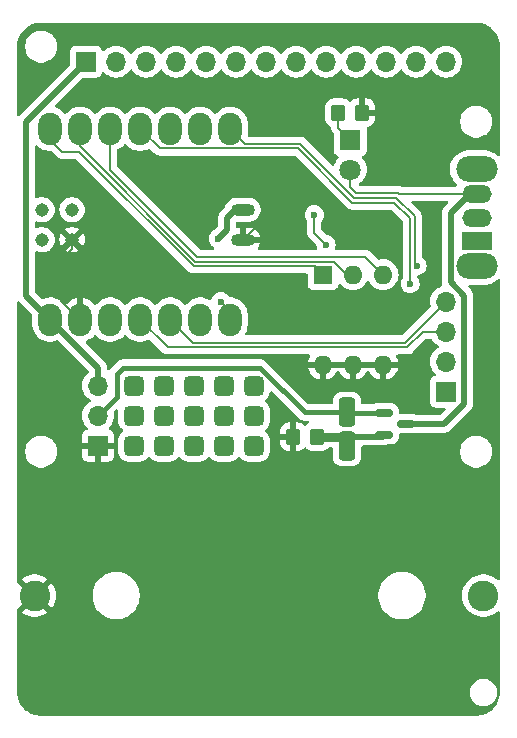
<source format=gbl>
G04 #@! TF.GenerationSoftware,KiCad,Pcbnew,8.0.1*
G04 #@! TF.CreationDate,2024-07-15T10:08:48+02:00*
G04 #@! TF.ProjectId,RGB 2x2 with WS2811,52474220-3278-4322-9077-697468205753,rev?*
G04 #@! TF.SameCoordinates,Original*
G04 #@! TF.FileFunction,Copper,L2,Bot*
G04 #@! TF.FilePolarity,Positive*
%FSLAX46Y46*%
G04 Gerber Fmt 4.6, Leading zero omitted, Abs format (unit mm)*
G04 Created by KiCad (PCBNEW 8.0.1) date 2024-07-15 10:08:48*
%MOMM*%
%LPD*%
G01*
G04 APERTURE LIST*
G04 Aperture macros list*
%AMRoundRect*
0 Rectangle with rounded corners*
0 $1 Rounding radius*
0 $2 $3 $4 $5 $6 $7 $8 $9 X,Y pos of 4 corners*
0 Add a 4 corners polygon primitive as box body*
4,1,4,$2,$3,$4,$5,$6,$7,$8,$9,$2,$3,0*
0 Add four circle primitives for the rounded corners*
1,1,$1+$1,$2,$3*
1,1,$1+$1,$4,$5*
1,1,$1+$1,$6,$7*
1,1,$1+$1,$8,$9*
0 Add four rect primitives between the rounded corners*
20,1,$1+$1,$2,$3,$4,$5,0*
20,1,$1+$1,$4,$5,$6,$7,0*
20,1,$1+$1,$6,$7,$8,$9,0*
20,1,$1+$1,$8,$9,$2,$3,0*%
G04 Aperture macros list end*
G04 #@! TA.AperFunction,ComponentPad*
%ADD10R,1.700000X1.700000*%
G04 #@! TD*
G04 #@! TA.AperFunction,ComponentPad*
%ADD11O,1.700000X1.700000*%
G04 #@! TD*
G04 #@! TA.AperFunction,ComponentPad*
%ADD12RoundRect,0.425000X0.425000X0.425000X-0.425000X0.425000X-0.425000X-0.425000X0.425000X-0.425000X0*%
G04 #@! TD*
G04 #@! TA.AperFunction,ComponentPad*
%ADD13O,3.500000X2.200000*%
G04 #@! TD*
G04 #@! TA.AperFunction,ComponentPad*
%ADD14O,2.500000X1.500000*%
G04 #@! TD*
G04 #@! TA.AperFunction,ComponentPad*
%ADD15R,2.500000X1.500000*%
G04 #@! TD*
G04 #@! TA.AperFunction,ComponentPad*
%ADD16C,2.600000*%
G04 #@! TD*
G04 #@! TA.AperFunction,SMDPad,CuDef*
%ADD17RoundRect,0.150000X-0.587500X-0.150000X0.587500X-0.150000X0.587500X0.150000X-0.587500X0.150000X0*%
G04 #@! TD*
G04 #@! TA.AperFunction,SMDPad,CuDef*
%ADD18O,1.998980X2.748280*%
G04 #@! TD*
G04 #@! TA.AperFunction,SMDPad,CuDef*
%ADD19O,2.032000X1.016000*%
G04 #@! TD*
G04 #@! TA.AperFunction,SMDPad,CuDef*
%ADD20C,1.143000*%
G04 #@! TD*
G04 #@! TA.AperFunction,SMDPad,CuDef*
%ADD21RoundRect,0.250000X0.350000X0.450000X-0.350000X0.450000X-0.350000X-0.450000X0.350000X-0.450000X0*%
G04 #@! TD*
G04 #@! TA.AperFunction,ComponentPad*
%ADD22R,1.600000X1.600000*%
G04 #@! TD*
G04 #@! TA.AperFunction,ComponentPad*
%ADD23O,1.600000X1.600000*%
G04 #@! TD*
G04 #@! TA.AperFunction,ComponentPad*
%ADD24RoundRect,0.304347X-0.395653X0.945653X-0.395653X-0.945653X0.395653X-0.945653X0.395653X0.945653X0*%
G04 #@! TD*
G04 #@! TA.AperFunction,ComponentPad*
%ADD25R,1.800000X1.800000*%
G04 #@! TD*
G04 #@! TA.AperFunction,ComponentPad*
%ADD26C,1.800000*%
G04 #@! TD*
G04 #@! TA.AperFunction,ViaPad*
%ADD27C,0.600000*%
G04 #@! TD*
G04 #@! TA.AperFunction,Conductor*
%ADD28C,0.200000*%
G04 #@! TD*
G04 #@! TA.AperFunction,Conductor*
%ADD29C,0.500000*%
G04 #@! TD*
G04 #@! TA.AperFunction,Conductor*
%ADD30C,0.400000*%
G04 #@! TD*
G04 #@! TA.AperFunction,Conductor*
%ADD31C,0.800000*%
G04 #@! TD*
G04 APERTURE END LIST*
D10*
G04 #@! TO.P,J1,1*
G04 #@! TO.N,ROW_1*
X154433269Y-67930489D03*
D11*
G04 #@! TO.P,J1,2*
G04 #@! TO.N,ROW_2*
X154433269Y-65390489D03*
G04 #@! TO.P,J1,3*
G04 #@! TO.N,COL_1*
X154433269Y-62850490D03*
G04 #@! TO.P,J1,4*
G04 #@! TO.N,COL_2*
X154433269Y-60310489D03*
G04 #@! TD*
D12*
G04 #@! TO.P,REF\u002A\u002A,*
G04 #@! TO.N,*
X128017269Y-69962492D03*
G04 #@! TD*
G04 #@! TO.P,REF\u002A\u002A,*
G04 #@! TO.N,*
X128017269Y-67422491D03*
G04 #@! TD*
G04 #@! TO.P,REF\u002A\u002A,*
G04 #@! TO.N,*
X130557269Y-67422491D03*
G04 #@! TD*
G04 #@! TO.P,REF\u002A\u002A,*
G04 #@! TO.N,*
X138177268Y-67422491D03*
G04 #@! TD*
G04 #@! TO.P,REF\u002A\u002A,*
G04 #@! TO.N,*
X135637267Y-72502491D03*
G04 #@! TD*
G04 #@! TO.P,REF\u002A\u002A,*
G04 #@! TO.N,*
X133097268Y-67422491D03*
G04 #@! TD*
G04 #@! TO.P,REF\u002A\u002A,*
G04 #@! TO.N,*
X133097269Y-72502491D03*
G04 #@! TD*
G04 #@! TO.P,REF\u002A\u002A,*
G04 #@! TO.N,*
X130557268Y-72502491D03*
G04 #@! TD*
D10*
G04 #@! TO.P,J2,1*
G04 #@! TO.N,+5V*
X123953269Y-39990490D03*
D11*
G04 #@! TO.P,J2,2*
G04 #@! TO.N,Net-(U5-OUTB)*
X126493269Y-39990490D03*
G04 #@! TO.P,J2,3*
G04 #@! TO.N,Net-(U5-OUTG)*
X129033268Y-39990490D03*
G04 #@! TO.P,J2,4*
G04 #@! TO.N,Net-(U5-OUTR)*
X131573269Y-39990490D03*
G04 #@! TO.P,J2,5*
G04 #@! TO.N,Net-(U4-OUTB)*
X134113269Y-39990490D03*
G04 #@! TO.P,J2,6*
G04 #@! TO.N,Net-(U4-OUTG)*
X136653269Y-39990490D03*
G04 #@! TO.P,J2,7*
G04 #@! TO.N,Net-(U4-OUTR)*
X139193269Y-39990490D03*
G04 #@! TO.P,J2,8*
G04 #@! TO.N,Net-(U3-OUTB)*
X141733270Y-39990490D03*
G04 #@! TO.P,J2,9*
G04 #@! TO.N,Net-(U3-OUTG)*
X144273269Y-39990490D03*
G04 #@! TO.P,J2,10*
G04 #@! TO.N,Net-(U3-OUTR)*
X146813269Y-39990490D03*
G04 #@! TO.P,J2,11*
G04 #@! TO.N,Net-(U2-OUTB)*
X149353269Y-39990490D03*
G04 #@! TO.P,J2,12*
G04 #@! TO.N,Net-(U2-OUTG)*
X151893268Y-39990490D03*
G04 #@! TO.P,J2,13*
G04 #@! TO.N,Net-(U2-OUTR)*
X154433269Y-39990490D03*
G04 #@! TD*
D12*
G04 #@! TO.P,REF\u002A\u002A,*
G04 #@! TO.N,*
X138177267Y-72502491D03*
G04 #@! TD*
G04 #@! TO.P,REF\u002A\u002A,*
G04 #@! TO.N,*
X133097268Y-69962491D03*
G04 #@! TD*
G04 #@! TO.P,REF\u002A\u002A,*
G04 #@! TO.N,*
X130557269Y-69962491D03*
G04 #@! TD*
G04 #@! TO.P,REF\u002A\u002A,*
G04 #@! TO.N,*
X135637268Y-67422491D03*
G04 #@! TD*
G04 #@! TO.P,REF\u002A\u002A,*
G04 #@! TO.N,*
X138177268Y-69962491D03*
G04 #@! TD*
D13*
G04 #@! TO.P,SW1,*
G04 #@! TO.N,*
X157005268Y-57298491D03*
X157005268Y-49098492D03*
D14*
G04 #@! TO.P,SW1,1,A*
G04 #@! TO.N,Net-(Q1-D)*
X157005268Y-51198491D03*
G04 #@! TO.P,SW1,2,B*
G04 #@! TO.N,Net-(BT1-+)*
X157005268Y-53198490D03*
D15*
G04 #@! TO.P,SW1,3*
G04 #@! TO.N,N/C*
X157005268Y-55198491D03*
G04 #@! TD*
D12*
G04 #@! TO.P,REF\u002A\u002A,*
G04 #@! TO.N,*
X128017268Y-72502491D03*
G04 #@! TD*
G04 #@! TO.P,REF\u002A\u002A,*
G04 #@! TO.N,*
X135637268Y-69962491D03*
G04 #@! TD*
D16*
G04 #@! TO.P,3.7V,1,+*
G04 #@! TO.N,Net-(BT1-+)*
X157593268Y-85202491D03*
G04 #@! TO.P,3.7V,2,-*
G04 #@! TO.N,GND*
X119593268Y-85202491D03*
G04 #@! TD*
D17*
G04 #@! TO.P,PMOS,1,G*
G04 #@! TO.N,Net-(D2-A)*
X149177768Y-71599492D03*
G04 #@! TO.P,PMOS,2,S*
G04 #@! TO.N,Net-(D2-K)*
X149177768Y-69699492D03*
G04 #@! TO.P,PMOS,3,D*
G04 #@! TO.N,Net-(Q1-D)*
X151052769Y-70649492D03*
G04 #@! TD*
D18*
G04 #@! TO.P,U1,1,PA02_A0_D0*
G04 #@! TO.N,DIP1*
X120905268Y-45669931D03*
G04 #@! TO.P,U1,2,PA4_A1_D1*
G04 #@! TO.N,DIP2*
X123445268Y-45669931D03*
G04 #@! TO.P,U1,3,PA10_A2_D2*
G04 #@! TO.N,DIP3*
X125985268Y-45669931D03*
G04 #@! TO.P,U1,4,PA11_A3_D3*
G04 #@! TO.N,ROW_1*
X128525268Y-45669931D03*
G04 #@! TO.P,U1,5,PA8_A4_D4_SDA*
G04 #@! TO.N,unconnected-(U1-PA8_A4_D4_SDA-Pad5)*
X131065268Y-45669931D03*
G04 #@! TO.P,U1,6,PA9_A5_D5_SCL*
G04 #@! TO.N,unconnected-(U1-PA9_A5_D5_SCL-Pad6)*
X133605268Y-45669931D03*
G04 #@! TO.P,U1,7,PB08_A6_D6_TX*
G04 #@! TO.N,ROW_2*
X136145268Y-45669931D03*
G04 #@! TO.P,U1,8,PB09_A7_D7_RX*
G04 #@! TO.N,DATA*
X136145268Y-61834491D03*
G04 #@! TO.P,U1,9,PA7_A8_D8_SCK*
G04 #@! TO.N,unconnected-(U1-PA7_A8_D8_SCK-Pad9)*
X133605268Y-61834491D03*
G04 #@! TO.P,U1,10,PA5_A9_D9_MISO*
G04 #@! TO.N,COL_2*
X131065268Y-61834491D03*
G04 #@! TO.P,U1,11,PA6_A10_D10_MOSI*
G04 #@! TO.N,COL_1*
X128525268Y-61834491D03*
G04 #@! TO.P,U1,12,3V3*
G04 #@! TO.N,unconnected-(U1-3V3-Pad12)*
X125985268Y-61834491D03*
G04 #@! TO.P,U1,13,GND*
G04 #@! TO.N,GND*
X123445268Y-61834491D03*
G04 #@! TO.P,U1,14,5V*
G04 #@! TO.N,+5V*
X120905268Y-61834491D03*
D19*
G04 #@! TO.P,U1,15,5V*
X137223088Y-52536811D03*
G04 #@! TO.P,U1,16,GND*
G04 #@! TO.N,GND*
X137223088Y-55086811D03*
D20*
G04 #@! TO.P,U1,17,PA31_SWDIO*
G04 #@! TO.N,unconnected-(U1-PA31_SWDIO-Pad17)*
X120218901Y-52535614D03*
G04 #@! TO.P,U1,18,PA30_SWCLK*
G04 #@! TO.N,unconnected-(U1-PA30_SWCLK-Pad18)*
X120218901Y-55075614D03*
G04 #@! TO.P,U1,19,RESET*
G04 #@! TO.N,unconnected-(U1-RESET-Pad19)*
X122758901Y-52535614D03*
G04 #@! TO.P,U1,20,GND*
G04 #@! TO.N,GND*
X122758901Y-55075614D03*
G04 #@! TD*
D21*
G04 #@! TO.P,R11,1*
G04 #@! TO.N,GND*
X147305268Y-44308491D03*
G04 #@! TO.P,R11,2*
G04 #@! TO.N,Net-(D1-Pad1)*
X145305268Y-44308491D03*
G04 #@! TD*
G04 #@! TO.P,R9,1*
G04 #@! TO.N,Net-(D2-A)*
X143495268Y-71740490D03*
G04 #@! TO.P,R9,2*
G04 #@! TO.N,GND*
X141495268Y-71740490D03*
G04 #@! TD*
D22*
G04 #@! TO.P,SW2,1*
G04 #@! TO.N,DIP1*
X144019269Y-58024491D03*
D23*
G04 #@! TO.P,SW2,2*
G04 #@! TO.N,DIP2*
X146559269Y-58024491D03*
G04 #@! TO.P,SW2,3*
G04 #@! TO.N,DIP3*
X149099268Y-58024491D03*
G04 #@! TO.P,SW2,4*
G04 #@! TO.N,GND*
X149099269Y-65644491D03*
G04 #@! TO.P,SW2,5*
X146559269Y-65644491D03*
G04 #@! TO.P,SW2,6*
X144019269Y-65644491D03*
G04 #@! TD*
D24*
G04 #@! TO.P,D2,1,K*
G04 #@! TO.N,Net-(D2-K)*
X146051268Y-69691492D03*
G04 #@! TO.P,D2,2,A*
G04 #@! TO.N,Net-(D2-A)*
X146051268Y-72501492D03*
G04 #@! TD*
D25*
G04 #@! TO.P,D1,1*
G04 #@! TO.N,Net-(D1-Pad1)*
X146305268Y-46589491D03*
D26*
G04 #@! TO.P,D1,2*
G04 #@! TO.N,Net-(Q1-D)*
X146305268Y-49129491D03*
G04 #@! TD*
D10*
G04 #@! TO.P,J5,1*
G04 #@! TO.N,GND*
X124969268Y-72502491D03*
D11*
G04 #@! TO.P,J5,2*
G04 #@! TO.N,Net-(D2-K)*
X124969268Y-69962491D03*
G04 #@! TO.P,J5,3*
G04 #@! TO.N,+5V*
X124969268Y-67422492D03*
G04 #@! TD*
D27*
G04 #@! TO.N,GND*
X144273268Y-53706491D03*
X122937268Y-71232490D03*
X142241268Y-65644490D03*
X141479268Y-73772490D03*
X122937268Y-57262490D03*
X129795268Y-48372491D03*
X150877268Y-65644490D03*
X140463268Y-43038491D03*
X134113268Y-48372491D03*
X148921268Y-43546491D03*
G04 #@! TO.N,Net-(U3-VDD)*
X143266881Y-52954104D03*
X144273268Y-55484491D03*
G04 #@! TO.N,ROW_2*
X151985268Y-57256834D03*
G04 #@! TO.N,ROW_1*
X151385268Y-58786491D03*
G04 #@! TO.N,+5V*
X135129268Y-54976491D03*
G04 #@! TO.N,DATA*
X135344896Y-60310491D03*
G04 #@! TD*
D28*
G04 #@! TO.N,GND*
X144019269Y-65644491D02*
X149099269Y-65644491D01*
X144273268Y-53706491D02*
X144273268Y-52182491D01*
X122758901Y-55830329D02*
X122758901Y-55075614D01*
X140635408Y-51674491D02*
X137223088Y-55086811D01*
X121829268Y-60218491D02*
X121829268Y-56759962D01*
X143765268Y-51674491D02*
X140635408Y-51674491D01*
X121829268Y-56759962D02*
X122758901Y-55830329D01*
X144273268Y-52182491D02*
X143765268Y-51674491D01*
X134113268Y-48372491D02*
X129795268Y-48372491D01*
X123445268Y-61834491D02*
X121829268Y-60218491D01*
G04 #@! TO.N,Net-(U3-VDD)*
X143266881Y-54478104D02*
X143266881Y-52954104D01*
X144273268Y-55484491D02*
X143266881Y-54478104D01*
G04 #@! TO.N,COL_2*
X133005268Y-63774491D02*
X150969267Y-63774491D01*
X150969267Y-63774491D02*
X154433269Y-60310489D01*
X131065268Y-61834491D02*
X133005268Y-63774491D01*
G04 #@! TO.N,COL_1*
X151134953Y-64174491D02*
X152458954Y-62850490D01*
X152458954Y-62850490D02*
X154433269Y-62850490D01*
X128525268Y-61834491D02*
X130865268Y-64174491D01*
X130865268Y-64174491D02*
X151134953Y-64174491D01*
G04 #@! TO.N,ROW_2*
X137419408Y-46944071D02*
X136145268Y-45669931D01*
X142082848Y-46944071D02*
X137419408Y-46944071D01*
X151785268Y-53090491D02*
X150223268Y-51528491D01*
X151785268Y-57056834D02*
X151785268Y-53090491D01*
X146667268Y-51528491D02*
X142082848Y-46944071D01*
X151985268Y-57256834D02*
X151785268Y-57056834D01*
X150223268Y-51528491D02*
X146667268Y-51528491D01*
G04 #@! TO.N,ROW_1*
X151385268Y-53256177D02*
X150057582Y-51928491D01*
X150057582Y-51928491D02*
X146501582Y-51928491D01*
X141917162Y-47344071D02*
X130199408Y-47344071D01*
X146501582Y-51928491D02*
X141917162Y-47344071D01*
X130199408Y-47344071D02*
X128525268Y-45669931D01*
X151385268Y-58786491D02*
X151385268Y-53256177D01*
D29*
G04 #@! TO.N,+5V*
X118873268Y-45070491D02*
X123953269Y-39990490D01*
X136552948Y-52536811D02*
X137223088Y-52536811D01*
X135891268Y-53198491D02*
X136552948Y-52536811D01*
X135129268Y-54976491D02*
X135891268Y-54214491D01*
X124969268Y-67422492D02*
X124969268Y-65898491D01*
X118873268Y-59802491D02*
X118873268Y-45070491D01*
X135891268Y-54214491D02*
X135891268Y-53198491D01*
X124969268Y-65898491D02*
X120905268Y-61834491D01*
X120905268Y-61834491D02*
X118873268Y-59802491D01*
D28*
G04 #@! TO.N,Net-(D1-Pad1)*
X145305268Y-45589491D02*
X146305268Y-46589491D01*
X145305268Y-44308491D02*
X145305268Y-45589491D01*
G04 #@! TO.N,DATA*
X136145268Y-61110863D02*
X136145268Y-61834491D01*
X135344896Y-60310491D02*
X136145268Y-61110863D01*
G04 #@! TO.N,DIP2*
X123445268Y-47160177D02*
X123445268Y-45669931D01*
X146559269Y-58024491D02*
X146305269Y-58278491D01*
X146305269Y-58278491D02*
X144951269Y-56924491D01*
X144951269Y-56924491D02*
X133209583Y-56924491D01*
X133209583Y-56924491D02*
X123445268Y-47160177D01*
G04 #@! TO.N,DIP3*
X147599268Y-56524491D02*
X133375268Y-56524491D01*
X125985268Y-49134491D02*
X125985268Y-45669931D01*
X133375268Y-56524491D02*
X125985268Y-49134491D01*
X149099268Y-58024491D02*
X147599268Y-56524491D01*
G04 #@! TO.N,DIP1*
X133043897Y-57324491D02*
X123329897Y-47610491D01*
X121504708Y-45669931D02*
X120905268Y-45669931D01*
X143319269Y-57324491D02*
X133043897Y-57324491D01*
X120905268Y-46594491D02*
X120905268Y-45669931D01*
X123329897Y-47610491D02*
X121921268Y-47610491D01*
X120742708Y-46431931D02*
X121504708Y-45669931D01*
X144019269Y-58024491D02*
X143319269Y-57324491D01*
X121921268Y-47610491D02*
X120905268Y-46594491D01*
D29*
G04 #@! TO.N,Net-(Q1-D)*
X154805268Y-58650491D02*
X155957268Y-59802491D01*
X157005268Y-51198491D02*
X156433268Y-51198491D01*
D28*
X150426954Y-51166491D02*
X150388953Y-51128491D01*
X156973268Y-51166491D02*
X150426954Y-51166491D01*
D29*
X154254267Y-70649492D02*
X151052769Y-70649492D01*
X154805268Y-52826491D02*
X154805268Y-58650491D01*
D28*
X157005268Y-51198491D02*
X156973268Y-51166491D01*
X150388953Y-51128491D02*
X146832954Y-51128491D01*
D29*
X156433268Y-51198491D02*
X154805268Y-52826491D01*
X155957268Y-59802491D02*
X155957268Y-68946491D01*
X155957268Y-68946491D02*
X154254267Y-70649492D01*
D28*
X146832954Y-51128491D02*
X146305268Y-50600805D01*
X146305268Y-50600805D02*
X146305268Y-49129491D01*
D30*
G04 #@! TO.N,Net-(D2-K)*
X125223268Y-69708491D02*
X126525922Y-68405837D01*
X146069265Y-69708490D02*
X149168770Y-69708490D01*
X142477270Y-69690493D02*
X146051268Y-69690493D01*
X127070616Y-65898491D02*
X138685268Y-65898491D01*
X146051268Y-69690493D02*
X146069265Y-69708490D01*
X149168770Y-69708490D02*
X149177768Y-69699492D01*
X138685268Y-65898491D02*
X142477270Y-69690493D01*
X126525922Y-66443185D02*
X127070616Y-65898491D01*
X126525922Y-68405837D02*
X126525922Y-66443185D01*
X124627921Y-69708491D02*
X125223268Y-69708491D01*
D29*
G04 #@! TO.N,Net-(D2-A)*
X146042269Y-71731492D02*
X149045768Y-71731492D01*
X149045768Y-71731492D02*
X149177768Y-71599492D01*
D31*
X143749268Y-71731492D02*
X146042269Y-71731492D01*
G04 #@! TD*
G04 #@! TA.AperFunction,Conductor*
G04 #@! TO.N,GND*
G36*
X158932101Y-58387621D02*
G01*
X158988034Y-58429493D01*
X159012451Y-58494957D01*
X159012767Y-58503803D01*
X159012767Y-83779212D01*
X158993082Y-83846251D01*
X158940278Y-83892006D01*
X158871120Y-83901950D01*
X158807564Y-83872925D01*
X158804426Y-83870111D01*
X158719009Y-83790856D01*
X158679306Y-83763787D01*
X158496043Y-83638840D01*
X158496037Y-83638837D01*
X158496036Y-83638836D01*
X158496035Y-83638835D01*
X158252911Y-83521754D01*
X158252913Y-83521754D01*
X157995041Y-83442211D01*
X157995035Y-83442209D01*
X157728204Y-83401991D01*
X157728197Y-83401991D01*
X157458339Y-83401991D01*
X157458331Y-83401991D01*
X157191500Y-83442209D01*
X157191494Y-83442211D01*
X156933626Y-83521753D01*
X156690498Y-83638837D01*
X156467526Y-83790856D01*
X156269710Y-83974401D01*
X156101453Y-84185389D01*
X155966526Y-84419090D01*
X155966524Y-84419094D01*
X155867934Y-84670295D01*
X155867932Y-84670302D01*
X155807884Y-84933389D01*
X155787719Y-85202486D01*
X155787719Y-85202495D01*
X155807884Y-85471592D01*
X155862861Y-85712461D01*
X155867934Y-85734686D01*
X155966525Y-85985889D01*
X156101453Y-86219593D01*
X156237188Y-86389798D01*
X156269710Y-86430580D01*
X156456451Y-86603849D01*
X156467527Y-86614126D01*
X156690494Y-86766142D01*
X156933627Y-86883229D01*
X157191496Y-86962771D01*
X157191497Y-86962771D01*
X157191500Y-86962772D01*
X157458331Y-87002990D01*
X157458336Y-87002990D01*
X157458339Y-87002991D01*
X157458340Y-87002991D01*
X157728196Y-87002991D01*
X157728197Y-87002991D01*
X157728204Y-87002990D01*
X157995035Y-86962772D01*
X157995036Y-86962771D01*
X157995040Y-86962771D01*
X158252909Y-86883229D01*
X158496043Y-86766142D01*
X158719009Y-86614126D01*
X158758544Y-86577442D01*
X158804426Y-86534871D01*
X158866958Y-86503702D01*
X158936414Y-86511289D01*
X158990743Y-86555222D01*
X159012695Y-86621554D01*
X159012767Y-86625769D01*
X159012767Y-93326427D01*
X159012502Y-93334537D01*
X158995851Y-93588596D01*
X158993733Y-93604678D01*
X158944859Y-93850381D01*
X158940661Y-93866047D01*
X158860134Y-94103272D01*
X158853927Y-94118258D01*
X158743122Y-94342947D01*
X158735012Y-94356993D01*
X158595829Y-94565296D01*
X158585954Y-94578166D01*
X158420768Y-94766521D01*
X158409300Y-94777989D01*
X158220955Y-94943162D01*
X158208086Y-94953037D01*
X157999778Y-95092222D01*
X157985731Y-95100332D01*
X157761041Y-95211134D01*
X157746055Y-95217341D01*
X157508829Y-95297866D01*
X157493162Y-95302064D01*
X157247451Y-95350936D01*
X157231370Y-95353053D01*
X157126961Y-95359895D01*
X156976955Y-95369725D01*
X156968867Y-95369990D01*
X120209168Y-95369990D01*
X120147328Y-95369989D01*
X120139218Y-95369723D01*
X119885181Y-95353069D01*
X119869101Y-95350952D01*
X119623395Y-95302076D01*
X119607727Y-95297878D01*
X119370499Y-95217346D01*
X119355515Y-95211139D01*
X119130830Y-95100335D01*
X119116782Y-95092225D01*
X118908477Y-94953037D01*
X118895609Y-94943162D01*
X118707263Y-94777984D01*
X118695794Y-94766515D01*
X118586014Y-94641334D01*
X118530613Y-94578159D01*
X118520740Y-94565293D01*
X118456201Y-94468702D01*
X118381552Y-94356979D01*
X118373451Y-94342947D01*
X118262645Y-94118251D01*
X118256443Y-94103278D01*
X118175914Y-93866043D01*
X118171716Y-93850376D01*
X118163045Y-93806781D01*
X118122842Y-93604660D01*
X118120726Y-93588586D01*
X118114464Y-93493042D01*
X156442768Y-93493042D01*
X156471097Y-93671901D01*
X156527055Y-93844127D01*
X156527056Y-93844130D01*
X156609274Y-94005488D01*
X156715709Y-94151985D01*
X156715713Y-94151990D01*
X156843768Y-94280045D01*
X156843773Y-94280049D01*
X156930332Y-94342937D01*
X156990274Y-94386487D01*
X157059193Y-94421603D01*
X157151628Y-94468702D01*
X157151631Y-94468703D01*
X157237744Y-94496682D01*
X157323859Y-94524662D01*
X157406697Y-94537782D01*
X157502717Y-94552991D01*
X157502722Y-94552991D01*
X157683819Y-94552991D01*
X157770527Y-94539256D01*
X157862677Y-94524662D01*
X158034907Y-94468702D01*
X158196262Y-94386487D01*
X158342769Y-94280044D01*
X158470821Y-94151992D01*
X158577264Y-94005485D01*
X158659479Y-93844130D01*
X158715439Y-93671900D01*
X158730033Y-93579750D01*
X158743768Y-93493042D01*
X158743768Y-93311939D01*
X158727287Y-93207888D01*
X158715439Y-93133082D01*
X158659479Y-92960852D01*
X158659479Y-92960851D01*
X158631008Y-92904975D01*
X158577264Y-92799497D01*
X158563664Y-92780778D01*
X158470826Y-92652996D01*
X158470822Y-92652991D01*
X158342767Y-92524936D01*
X158342762Y-92524932D01*
X158196265Y-92418497D01*
X158196264Y-92418496D01*
X158196262Y-92418495D01*
X158144568Y-92392155D01*
X158034907Y-92336279D01*
X158034904Y-92336278D01*
X157862678Y-92280320D01*
X157683819Y-92251991D01*
X157683814Y-92251991D01*
X157502722Y-92251991D01*
X157502717Y-92251991D01*
X157323857Y-92280320D01*
X157151631Y-92336278D01*
X157151628Y-92336279D01*
X156990270Y-92418497D01*
X156843773Y-92524932D01*
X156843768Y-92524936D01*
X156715713Y-92652991D01*
X156715709Y-92652996D01*
X156609274Y-92799493D01*
X156527056Y-92960851D01*
X156527055Y-92960854D01*
X156471097Y-93133080D01*
X156442768Y-93311939D01*
X156442768Y-93493042D01*
X118114464Y-93493042D01*
X118104033Y-93333890D01*
X118103769Y-93325788D01*
X118103769Y-86389798D01*
X118123454Y-86322759D01*
X118140088Y-86302117D01*
X118877421Y-85564784D01*
X118884317Y-85581433D01*
X118971867Y-85712461D01*
X119083298Y-85823892D01*
X119214326Y-85911442D01*
X119230973Y-85918337D01*
X118508116Y-86641193D01*
X118690751Y-86765711D01*
X118690753Y-86765712D01*
X118933807Y-86882760D01*
X118933805Y-86882760D01*
X119191605Y-86962281D01*
X119191611Y-86962283D01*
X119458369Y-87002490D01*
X119458378Y-87002491D01*
X119728158Y-87002491D01*
X119728166Y-87002490D01*
X119994924Y-86962283D01*
X119994930Y-86962281D01*
X120252729Y-86882760D01*
X120495789Y-86765709D01*
X120678418Y-86641193D01*
X119955562Y-85918337D01*
X119972210Y-85911442D01*
X120103238Y-85823892D01*
X120214669Y-85712461D01*
X120302219Y-85581433D01*
X120309114Y-85564785D01*
X121030971Y-86286642D01*
X121030972Y-86286641D01*
X121084661Y-86219319D01*
X121084668Y-86219308D01*
X121219558Y-85985672D01*
X121318119Y-85734543D01*
X121318125Y-85734524D01*
X121378154Y-85471519D01*
X121378154Y-85471517D01*
X121388488Y-85333618D01*
X124492768Y-85333618D01*
X124506227Y-85435842D01*
X124526998Y-85593607D01*
X124594870Y-85846909D01*
X124594873Y-85846919D01*
X124695221Y-86089181D01*
X124695226Y-86089191D01*
X124826343Y-86316294D01*
X124985986Y-86524342D01*
X124985994Y-86524351D01*
X125171408Y-86709765D01*
X125171416Y-86709772D01*
X125379464Y-86869415D01*
X125606567Y-87000532D01*
X125606577Y-87000537D01*
X125848839Y-87100885D01*
X125848849Y-87100889D01*
X126102152Y-87168761D01*
X126362148Y-87202991D01*
X126362155Y-87202991D01*
X126624381Y-87202991D01*
X126624388Y-87202991D01*
X126884384Y-87168761D01*
X127137687Y-87100889D01*
X127314608Y-87027605D01*
X127379958Y-87000537D01*
X127379959Y-87000536D01*
X127379965Y-87000534D01*
X127607071Y-86869415D01*
X127815119Y-86709773D01*
X127815123Y-86709768D01*
X127815128Y-86709765D01*
X128000542Y-86524351D01*
X128000545Y-86524346D01*
X128000550Y-86524342D01*
X128160192Y-86316294D01*
X128291311Y-86089188D01*
X128391666Y-85846910D01*
X128459538Y-85593607D01*
X128493767Y-85333618D01*
X148692768Y-85333618D01*
X148706227Y-85435842D01*
X148726998Y-85593607D01*
X148794870Y-85846909D01*
X148794873Y-85846919D01*
X148895221Y-86089181D01*
X148895226Y-86089191D01*
X149026343Y-86316294D01*
X149185986Y-86524342D01*
X149185994Y-86524351D01*
X149371408Y-86709765D01*
X149371416Y-86709772D01*
X149579464Y-86869415D01*
X149806567Y-87000532D01*
X149806577Y-87000537D01*
X150048839Y-87100885D01*
X150048849Y-87100889D01*
X150302152Y-87168761D01*
X150562148Y-87202991D01*
X150562155Y-87202991D01*
X150824381Y-87202991D01*
X150824388Y-87202991D01*
X151084384Y-87168761D01*
X151337687Y-87100889D01*
X151514608Y-87027605D01*
X151579958Y-87000537D01*
X151579959Y-87000536D01*
X151579965Y-87000534D01*
X151807071Y-86869415D01*
X152015119Y-86709773D01*
X152015123Y-86709768D01*
X152015128Y-86709765D01*
X152200542Y-86524351D01*
X152200545Y-86524346D01*
X152200550Y-86524342D01*
X152360192Y-86316294D01*
X152491311Y-86089188D01*
X152591666Y-85846910D01*
X152659538Y-85593607D01*
X152693768Y-85333611D01*
X152693768Y-85071371D01*
X152659538Y-84811375D01*
X152591666Y-84558072D01*
X152564936Y-84493540D01*
X152491314Y-84315800D01*
X152491309Y-84315790D01*
X152360192Y-84088687D01*
X152216902Y-83901950D01*
X152200550Y-83880640D01*
X152200549Y-83880639D01*
X152200542Y-83880631D01*
X152015128Y-83695217D01*
X152015119Y-83695209D01*
X151807071Y-83535566D01*
X151579968Y-83404449D01*
X151579958Y-83404444D01*
X151337696Y-83304096D01*
X151337689Y-83304094D01*
X151337687Y-83304093D01*
X151084384Y-83236221D01*
X151026607Y-83228614D01*
X150824395Y-83201991D01*
X150824388Y-83201991D01*
X150562148Y-83201991D01*
X150562140Y-83201991D01*
X150331040Y-83232417D01*
X150302152Y-83236221D01*
X150048849Y-83304093D01*
X150048839Y-83304096D01*
X149806577Y-83404444D01*
X149806567Y-83404449D01*
X149579464Y-83535566D01*
X149371416Y-83695209D01*
X149185986Y-83880639D01*
X149026343Y-84088687D01*
X148895226Y-84315790D01*
X148895221Y-84315800D01*
X148794873Y-84558062D01*
X148794870Y-84558072D01*
X148726998Y-84811376D01*
X148692768Y-85071363D01*
X148692768Y-85333618D01*
X128493767Y-85333618D01*
X128493768Y-85333611D01*
X128493768Y-85071371D01*
X128459538Y-84811375D01*
X128391666Y-84558072D01*
X128364936Y-84493540D01*
X128291314Y-84315800D01*
X128291309Y-84315790D01*
X128160192Y-84088687D01*
X128016902Y-83901950D01*
X128000550Y-83880640D01*
X128000549Y-83880639D01*
X128000542Y-83880631D01*
X127815128Y-83695217D01*
X127815119Y-83695209D01*
X127607071Y-83535566D01*
X127379968Y-83404449D01*
X127379958Y-83404444D01*
X127137696Y-83304096D01*
X127137689Y-83304094D01*
X127137687Y-83304093D01*
X126884384Y-83236221D01*
X126826607Y-83228614D01*
X126624395Y-83201991D01*
X126624388Y-83201991D01*
X126362148Y-83201991D01*
X126362140Y-83201991D01*
X126131040Y-83232417D01*
X126102152Y-83236221D01*
X125848849Y-83304093D01*
X125848839Y-83304096D01*
X125606577Y-83404444D01*
X125606567Y-83404449D01*
X125379464Y-83535566D01*
X125171416Y-83695209D01*
X124985986Y-83880639D01*
X124826343Y-84088687D01*
X124695226Y-84315790D01*
X124695221Y-84315800D01*
X124594873Y-84558062D01*
X124594870Y-84558072D01*
X124526998Y-84811376D01*
X124492768Y-85071363D01*
X124492768Y-85333618D01*
X121388488Y-85333618D01*
X121398315Y-85202495D01*
X121398315Y-85202486D01*
X121378154Y-84933464D01*
X121378154Y-84933462D01*
X121318125Y-84670457D01*
X121318119Y-84670438D01*
X121219558Y-84419309D01*
X121219559Y-84419309D01*
X121084665Y-84185668D01*
X121030972Y-84118338D01*
X120309114Y-84840196D01*
X120302219Y-84823549D01*
X120214669Y-84692521D01*
X120103238Y-84581090D01*
X119972210Y-84493540D01*
X119955562Y-84486644D01*
X120678418Y-83763787D01*
X120495785Y-83639270D01*
X120495784Y-83639269D01*
X120252728Y-83522221D01*
X120252730Y-83522221D01*
X119994930Y-83442700D01*
X119994924Y-83442698D01*
X119728166Y-83402491D01*
X119458369Y-83402491D01*
X119191611Y-83442698D01*
X119191605Y-83442700D01*
X118933806Y-83522221D01*
X118690753Y-83639269D01*
X118690744Y-83639274D01*
X118508116Y-83763787D01*
X119230973Y-84486644D01*
X119214326Y-84493540D01*
X119083298Y-84581090D01*
X118971867Y-84692521D01*
X118884317Y-84823549D01*
X118877421Y-84840197D01*
X118140088Y-84102864D01*
X118106603Y-84041541D01*
X118103769Y-84015183D01*
X118103769Y-73116775D01*
X118792768Y-73116775D01*
X118826021Y-73326728D01*
X118826021Y-73326730D01*
X118826022Y-73326732D01*
X118879835Y-73492352D01*
X118891712Y-73528903D01*
X118988219Y-73718309D01*
X119113158Y-73890275D01*
X119263481Y-74040598D01*
X119435447Y-74165537D01*
X119435449Y-74165538D01*
X119435452Y-74165540D01*
X119624856Y-74262046D01*
X119827025Y-74327735D01*
X120036981Y-74360989D01*
X120036982Y-74360989D01*
X120249554Y-74360989D01*
X120249555Y-74360989D01*
X120459511Y-74327735D01*
X120661680Y-74262046D01*
X120851084Y-74165540D01*
X120968295Y-74080382D01*
X121023054Y-74040598D01*
X121023056Y-74040595D01*
X121023060Y-74040593D01*
X121173372Y-73890281D01*
X121173376Y-73890276D01*
X121173377Y-73890275D01*
X121298316Y-73718309D01*
X121298318Y-73718306D01*
X121298319Y-73718305D01*
X121394825Y-73528901D01*
X121460514Y-73326732D01*
X121493768Y-73116776D01*
X121493768Y-72904202D01*
X121460514Y-72694246D01*
X121394825Y-72492077D01*
X121298319Y-72302673D01*
X121298317Y-72302670D01*
X121298316Y-72302668D01*
X121173377Y-72130702D01*
X121023054Y-71980379D01*
X120851088Y-71855440D01*
X120661682Y-71758933D01*
X120661681Y-71758932D01*
X120661680Y-71758932D01*
X120459511Y-71693243D01*
X120459509Y-71693242D01*
X120459508Y-71693242D01*
X120298225Y-71667697D01*
X120249555Y-71659989D01*
X120036981Y-71659989D01*
X119988310Y-71667697D01*
X119827028Y-71693242D01*
X119624853Y-71758933D01*
X119435447Y-71855440D01*
X119263481Y-71980379D01*
X119113158Y-72130702D01*
X118988219Y-72302668D01*
X118891712Y-72492074D01*
X118891712Y-72492075D01*
X118891711Y-72492077D01*
X118886013Y-72509614D01*
X118826021Y-72694249D01*
X118792768Y-72904202D01*
X118792768Y-73116775D01*
X118103769Y-73116775D01*
X118103769Y-60393722D01*
X118123454Y-60326683D01*
X118176258Y-60280928D01*
X118245416Y-60270984D01*
X118308972Y-60300009D01*
X118315450Y-60306041D01*
X119368959Y-61359550D01*
X119402444Y-61420873D01*
X119405278Y-61447231D01*
X119405278Y-62327192D01*
X119442213Y-62560389D01*
X119515174Y-62784941D01*
X119588888Y-62929612D01*
X119621541Y-62993696D01*
X119622364Y-62995310D01*
X119761134Y-63186312D01*
X119761138Y-63186317D01*
X119928091Y-63353270D01*
X119928096Y-63353274D01*
X120062592Y-63450990D01*
X120119102Y-63492047D01*
X120229452Y-63548273D01*
X120329467Y-63599234D01*
X120329469Y-63599234D01*
X120329472Y-63599236D01*
X120554020Y-63672196D01*
X120787216Y-63709131D01*
X120787217Y-63709131D01*
X121023319Y-63709131D01*
X121023320Y-63709131D01*
X121256516Y-63672196D01*
X121481064Y-63599236D01*
X121485310Y-63597072D01*
X121553976Y-63584176D01*
X121618717Y-63610451D01*
X121629285Y-63619876D01*
X124167197Y-66157788D01*
X124200682Y-66219111D01*
X124195698Y-66288803D01*
X124153826Y-66344736D01*
X124150642Y-66347042D01*
X124097865Y-66383998D01*
X123930773Y-66551089D01*
X123795233Y-66744661D01*
X123795232Y-66744663D01*
X123695366Y-66958827D01*
X123695362Y-66958836D01*
X123634206Y-67187078D01*
X123634204Y-67187088D01*
X123613609Y-67422491D01*
X123613609Y-67422492D01*
X123634204Y-67657895D01*
X123634206Y-67657905D01*
X123695362Y-67886147D01*
X123695364Y-67886151D01*
X123695365Y-67886155D01*
X123743478Y-67989333D01*
X123795233Y-68100322D01*
X123795235Y-68100326D01*
X123930769Y-68293887D01*
X123930774Y-68293894D01*
X124097865Y-68460985D01*
X124097871Y-68460990D01*
X124283425Y-68590916D01*
X124327050Y-68645493D01*
X124334244Y-68714991D01*
X124302721Y-68777346D01*
X124283426Y-68794066D01*
X124097862Y-68923999D01*
X123930773Y-69091088D01*
X123795233Y-69284660D01*
X123795232Y-69284662D01*
X123695366Y-69498826D01*
X123695362Y-69498835D01*
X123634206Y-69727077D01*
X123634204Y-69727087D01*
X123613609Y-69962490D01*
X123613609Y-69962491D01*
X123634204Y-70197894D01*
X123634206Y-70197904D01*
X123695362Y-70426146D01*
X123695364Y-70426150D01*
X123695365Y-70426154D01*
X123763599Y-70572481D01*
X123795233Y-70640321D01*
X123795235Y-70640325D01*
X123898489Y-70787786D01*
X123930769Y-70833887D01*
X123930774Y-70833893D01*
X124053086Y-70956205D01*
X124086571Y-71017528D01*
X124081587Y-71087220D01*
X124039715Y-71143153D01*
X124008739Y-71160068D01*
X123877180Y-71209137D01*
X123877174Y-71209140D01*
X123762080Y-71295300D01*
X123762077Y-71295303D01*
X123675917Y-71410397D01*
X123675913Y-71410404D01*
X123625671Y-71545111D01*
X123625669Y-71545118D01*
X123619268Y-71604646D01*
X123619268Y-72252491D01*
X124536256Y-72252491D01*
X124503343Y-72309498D01*
X124469268Y-72436665D01*
X124469268Y-72568317D01*
X124503343Y-72695484D01*
X124536256Y-72752491D01*
X123619268Y-72752491D01*
X123619268Y-73400335D01*
X123625669Y-73459863D01*
X123625671Y-73459870D01*
X123675913Y-73594577D01*
X123675917Y-73594584D01*
X123762077Y-73709678D01*
X123762080Y-73709681D01*
X123877174Y-73795841D01*
X123877181Y-73795845D01*
X124011888Y-73846087D01*
X124011895Y-73846089D01*
X124071423Y-73852490D01*
X124071440Y-73852491D01*
X124719268Y-73852491D01*
X124719268Y-72935503D01*
X124776275Y-72968416D01*
X124903442Y-73002491D01*
X125035094Y-73002491D01*
X125162261Y-72968416D01*
X125219268Y-72935503D01*
X125219268Y-73852491D01*
X125867096Y-73852491D01*
X125867112Y-73852490D01*
X125926640Y-73846089D01*
X125926647Y-73846087D01*
X126061354Y-73795845D01*
X126061361Y-73795841D01*
X126176455Y-73709681D01*
X126176458Y-73709678D01*
X126262618Y-73594584D01*
X126262622Y-73594577D01*
X126312864Y-73459870D01*
X126312866Y-73459863D01*
X126319267Y-73400335D01*
X126319268Y-73400318D01*
X126319268Y-72752491D01*
X125402280Y-72752491D01*
X125435193Y-72695484D01*
X125469268Y-72568317D01*
X125469268Y-72436665D01*
X125435193Y-72309498D01*
X125402280Y-72252491D01*
X126319268Y-72252491D01*
X126319268Y-71604663D01*
X126319267Y-71604646D01*
X126312866Y-71545118D01*
X126312864Y-71545111D01*
X126262622Y-71410404D01*
X126262618Y-71410397D01*
X126176458Y-71295303D01*
X126176455Y-71295300D01*
X126061361Y-71209140D01*
X126061356Y-71209137D01*
X125929796Y-71160068D01*
X125873863Y-71118196D01*
X125849446Y-71052732D01*
X125864298Y-70984459D01*
X125885443Y-70956211D01*
X126007763Y-70833892D01*
X126143303Y-70640321D01*
X126243171Y-70426154D01*
X126304331Y-70197899D01*
X126324927Y-69962491D01*
X126304331Y-69727083D01*
X126299826Y-69710270D01*
X126301487Y-69640423D01*
X126331915Y-69590499D01*
X126455090Y-69467324D01*
X126516411Y-69433842D01*
X126586103Y-69438826D01*
X126642036Y-69480698D01*
X126666453Y-69546162D01*
X126666769Y-69555008D01*
X126666769Y-70452275D01*
X126673127Y-70533066D01*
X126673127Y-70533069D01*
X126673128Y-70533070D01*
X126723481Y-70720988D01*
X126811804Y-70894332D01*
X126934237Y-71045524D01*
X127046119Y-71136124D01*
X127085830Y-71193611D01*
X127088158Y-71263442D01*
X127052362Y-71323446D01*
X127046120Y-71328855D01*
X126934236Y-71419458D01*
X126811802Y-71570652D01*
X126723480Y-71743995D01*
X126673126Y-71931916D01*
X126666768Y-72012707D01*
X126666768Y-72992274D01*
X126673126Y-73073065D01*
X126673126Y-73073068D01*
X126673127Y-73073069D01*
X126723480Y-73260987D01*
X126811803Y-73434331D01*
X126934236Y-73585523D01*
X127085428Y-73707956D01*
X127258772Y-73796279D01*
X127446690Y-73846632D01*
X127527490Y-73852991D01*
X127527498Y-73852991D01*
X128507038Y-73852991D01*
X128507046Y-73852991D01*
X128587846Y-73846632D01*
X128775764Y-73796279D01*
X128949108Y-73707956D01*
X129100300Y-73585523D01*
X129190903Y-73473636D01*
X129248389Y-73433927D01*
X129318220Y-73431599D01*
X129378224Y-73467394D01*
X129383621Y-73473624D01*
X129474236Y-73585523D01*
X129625428Y-73707956D01*
X129798772Y-73796279D01*
X129986690Y-73846632D01*
X130067490Y-73852991D01*
X130067498Y-73852991D01*
X131047038Y-73852991D01*
X131047046Y-73852991D01*
X131127846Y-73846632D01*
X131315764Y-73796279D01*
X131489108Y-73707956D01*
X131640300Y-73585523D01*
X131730903Y-73473636D01*
X131788388Y-73433926D01*
X131858219Y-73431598D01*
X131918223Y-73467393D01*
X131923624Y-73473626D01*
X132014237Y-73585523D01*
X132165429Y-73707956D01*
X132338773Y-73796279D01*
X132526691Y-73846632D01*
X132607491Y-73852991D01*
X132607499Y-73852991D01*
X133587039Y-73852991D01*
X133587047Y-73852991D01*
X133667847Y-73846632D01*
X133855765Y-73796279D01*
X134029109Y-73707956D01*
X134180301Y-73585523D01*
X134270904Y-73473637D01*
X134328389Y-73433928D01*
X134398220Y-73431600D01*
X134458224Y-73467395D01*
X134463619Y-73473621D01*
X134554235Y-73585523D01*
X134705427Y-73707956D01*
X134878771Y-73796279D01*
X135066689Y-73846632D01*
X135147489Y-73852991D01*
X135147497Y-73852991D01*
X136127037Y-73852991D01*
X136127045Y-73852991D01*
X136207845Y-73846632D01*
X136395763Y-73796279D01*
X136569107Y-73707956D01*
X136720299Y-73585523D01*
X136810902Y-73473636D01*
X136868388Y-73433927D01*
X136938219Y-73431599D01*
X136998223Y-73467394D01*
X137003620Y-73473624D01*
X137094235Y-73585523D01*
X137245427Y-73707956D01*
X137418771Y-73796279D01*
X137606689Y-73846632D01*
X137687489Y-73852991D01*
X137687497Y-73852991D01*
X138667037Y-73852991D01*
X138667045Y-73852991D01*
X138747845Y-73846632D01*
X138935763Y-73796279D01*
X139109107Y-73707956D01*
X139260299Y-73585523D01*
X139382732Y-73434331D01*
X139471055Y-73260987D01*
X139521408Y-73073069D01*
X139527767Y-72992269D01*
X139527767Y-72012713D01*
X139526018Y-71990490D01*
X140395269Y-71990490D01*
X140395269Y-72240476D01*
X140405762Y-72343187D01*
X140460909Y-72509609D01*
X140460911Y-72509614D01*
X140552952Y-72658835D01*
X140676922Y-72782805D01*
X140826143Y-72874846D01*
X140826148Y-72874848D01*
X140992570Y-72929995D01*
X140992577Y-72929996D01*
X141095287Y-72940489D01*
X141245267Y-72940489D01*
X141245268Y-72940488D01*
X141245268Y-71990490D01*
X140395269Y-71990490D01*
X139526018Y-71990490D01*
X139521408Y-71931913D01*
X139471055Y-71743995D01*
X139382732Y-71570651D01*
X139317819Y-71490490D01*
X140395268Y-71490490D01*
X141245268Y-71490490D01*
X141245268Y-70540490D01*
X141095295Y-70540490D01*
X141095280Y-70540491D01*
X140992570Y-70550984D01*
X140826148Y-70606131D01*
X140826143Y-70606133D01*
X140676922Y-70698174D01*
X140552952Y-70822144D01*
X140460911Y-70971365D01*
X140460909Y-70971370D01*
X140405762Y-71137792D01*
X140405761Y-71137799D01*
X140395268Y-71240503D01*
X140395268Y-71490490D01*
X139317819Y-71490490D01*
X139260299Y-71419459D01*
X139148414Y-71328856D01*
X139108704Y-71271370D01*
X139106376Y-71201539D01*
X139142172Y-71141535D01*
X139148401Y-71136136D01*
X139260300Y-71045523D01*
X139382733Y-70894331D01*
X139471056Y-70720987D01*
X139521409Y-70533069D01*
X139527768Y-70452269D01*
X139527768Y-69472713D01*
X139521409Y-69391913D01*
X139471056Y-69203995D01*
X139382733Y-69030651D01*
X139260300Y-68879459D01*
X139148413Y-68788855D01*
X139108704Y-68731370D01*
X139106376Y-68661539D01*
X139142171Y-68601535D01*
X139148401Y-68596137D01*
X139260300Y-68505523D01*
X139382733Y-68354331D01*
X139471056Y-68180987D01*
X139521409Y-67993069D01*
X139521409Y-67993063D01*
X139522409Y-67989333D01*
X139558774Y-67929672D01*
X139621621Y-67899143D01*
X139690996Y-67907438D01*
X139729865Y-67933745D01*
X142030723Y-70234604D01*
X142030724Y-70234605D01*
X142145462Y-70311270D01*
X142272937Y-70364071D01*
X142272942Y-70364073D01*
X142272946Y-70364073D01*
X142272947Y-70364074D01*
X142408273Y-70390993D01*
X142408276Y-70390993D01*
X142408277Y-70390993D01*
X142736752Y-70390993D01*
X142803791Y-70410678D01*
X142849546Y-70463482D01*
X142859490Y-70532640D01*
X142830465Y-70596196D01*
X142801850Y-70620530D01*
X142796239Y-70623992D01*
X142676613Y-70697777D01*
X142582595Y-70791795D01*
X142521271Y-70825279D01*
X142451580Y-70820295D01*
X142407233Y-70791794D01*
X142313613Y-70698174D01*
X142164392Y-70606133D01*
X142164387Y-70606131D01*
X141997965Y-70550984D01*
X141997958Y-70550983D01*
X141895254Y-70540490D01*
X141745268Y-70540490D01*
X141745268Y-72940489D01*
X141895240Y-72940489D01*
X141895254Y-72940488D01*
X141997965Y-72929995D01*
X142164387Y-72874848D01*
X142164392Y-72874846D01*
X142313610Y-72782807D01*
X142407232Y-72689185D01*
X142468555Y-72655700D01*
X142538247Y-72660684D01*
X142582595Y-72689185D01*
X142676612Y-72783202D01*
X142825934Y-72875304D01*
X142992471Y-72930489D01*
X143095259Y-72940990D01*
X143895276Y-72940989D01*
X143895284Y-72940988D01*
X143895287Y-72940988D01*
X143951570Y-72935238D01*
X143998065Y-72930489D01*
X144164602Y-72875304D01*
X144313924Y-72783202D01*
X144428815Y-72668311D01*
X144490138Y-72634826D01*
X144516496Y-72631992D01*
X144726768Y-72631992D01*
X144793807Y-72651677D01*
X144839562Y-72704481D01*
X144850768Y-72755992D01*
X144850768Y-73492352D01*
X144865980Y-73627368D01*
X144865981Y-73627373D01*
X144894179Y-73707956D01*
X144924932Y-73795845D01*
X144925885Y-73798567D01*
X144960082Y-73852991D01*
X145022378Y-73952134D01*
X145150626Y-74080382D01*
X145304195Y-74176876D01*
X145475386Y-74236778D01*
X145475391Y-74236779D01*
X145566378Y-74247030D01*
X145610408Y-74251991D01*
X145610411Y-74251992D01*
X145610414Y-74251992D01*
X146492125Y-74251992D01*
X146492126Y-74251991D01*
X146559636Y-74244385D01*
X146627144Y-74236779D01*
X146627147Y-74236778D01*
X146627150Y-74236778D01*
X146798341Y-74176876D01*
X146951910Y-74080382D01*
X147080158Y-73952134D01*
X147176652Y-73798565D01*
X147236554Y-73627374D01*
X147240250Y-73594577D01*
X147251767Y-73492352D01*
X147251768Y-73492348D01*
X147251768Y-73116776D01*
X155622768Y-73116776D01*
X155645608Y-73260986D01*
X155656022Y-73326733D01*
X155709833Y-73492346D01*
X155721712Y-73528904D01*
X155818219Y-73718310D01*
X155943158Y-73890276D01*
X156093481Y-74040599D01*
X156265447Y-74165538D01*
X156265449Y-74165539D01*
X156265452Y-74165541D01*
X156454856Y-74262047D01*
X156657025Y-74327736D01*
X156866981Y-74360990D01*
X156866982Y-74360990D01*
X157079554Y-74360990D01*
X157079555Y-74360990D01*
X157289511Y-74327736D01*
X157491680Y-74262047D01*
X157681084Y-74165541D01*
X157703057Y-74149576D01*
X157853054Y-74040599D01*
X157853056Y-74040596D01*
X157853060Y-74040594D01*
X158003372Y-73890282D01*
X158003374Y-73890278D01*
X158003377Y-73890276D01*
X158128316Y-73718310D01*
X158128317Y-73718309D01*
X158128319Y-73718306D01*
X158224825Y-73528902D01*
X158290514Y-73326733D01*
X158323768Y-73116777D01*
X158323768Y-72904203D01*
X158290514Y-72694247D01*
X158224825Y-72492078D01*
X158128319Y-72302674D01*
X158128317Y-72302671D01*
X158128316Y-72302669D01*
X158003377Y-72130703D01*
X157853054Y-71980380D01*
X157681088Y-71855441D01*
X157491682Y-71758934D01*
X157491681Y-71758933D01*
X157491680Y-71758933D01*
X157289511Y-71693244D01*
X157289509Y-71693243D01*
X157289508Y-71693243D01*
X157128225Y-71667698D01*
X157079555Y-71659990D01*
X156866981Y-71659990D01*
X156818310Y-71667698D01*
X156657028Y-71693243D01*
X156454853Y-71758934D01*
X156265447Y-71855441D01*
X156093481Y-71980380D01*
X155943158Y-72130703D01*
X155818219Y-72302669D01*
X155721712Y-72492075D01*
X155656021Y-72694250D01*
X155622768Y-72904203D01*
X155622768Y-73116776D01*
X147251768Y-73116776D01*
X147251768Y-72605992D01*
X147271453Y-72538953D01*
X147324257Y-72493198D01*
X147375768Y-72481992D01*
X149119688Y-72481992D01*
X149217230Y-72462588D01*
X149264681Y-72453150D01*
X149370228Y-72409430D01*
X149417681Y-72399992D01*
X149830954Y-72399992D01*
X149830962Y-72399992D01*
X149867837Y-72397090D01*
X149867839Y-72397089D01*
X149867841Y-72397089D01*
X149909459Y-72384997D01*
X150025666Y-72351236D01*
X150167133Y-72267573D01*
X150283349Y-72151357D01*
X150367012Y-72009890D01*
X150412866Y-71852061D01*
X150415768Y-71815186D01*
X150415768Y-71573992D01*
X150435453Y-71506953D01*
X150488257Y-71461198D01*
X150539768Y-71449992D01*
X151705955Y-71449992D01*
X151705963Y-71449992D01*
X151742838Y-71447090D01*
X151742840Y-71447089D01*
X151742842Y-71447089D01*
X151888002Y-71404916D01*
X151922597Y-71399992D01*
X154328187Y-71399992D01*
X154425729Y-71380588D01*
X154473180Y-71371150D01*
X154578814Y-71327394D01*
X154609755Y-71314579D01*
X154609755Y-71314578D01*
X154609762Y-71314576D01*
X154675903Y-71270382D01*
X154732683Y-71232444D01*
X156540219Y-69424907D01*
X156607168Y-69324710D01*
X156622352Y-69301986D01*
X156678926Y-69165404D01*
X156693709Y-69091088D01*
X156707768Y-69020411D01*
X156707768Y-59728570D01*
X156678927Y-59583583D01*
X156678926Y-59583582D01*
X156678926Y-59583578D01*
X156654712Y-59525121D01*
X156622353Y-59446998D01*
X156622352Y-59446996D01*
X156556498Y-59348438D01*
X156540220Y-59324075D01*
X156326817Y-59110672D01*
X156293332Y-59049349D01*
X156298316Y-58979657D01*
X156340188Y-58923724D01*
X156405652Y-58899307D01*
X156414498Y-58898991D01*
X157781229Y-58898991D01*
X157781230Y-58898991D01*
X158030053Y-58859581D01*
X158269647Y-58781732D01*
X158494113Y-58667361D01*
X158697924Y-58519284D01*
X158801086Y-58416122D01*
X158862409Y-58382637D01*
X158932101Y-58387621D01*
G37*
G04 #@! TD.AperFunction*
G04 #@! TA.AperFunction,Conductor*
G36*
X124801378Y-63134681D02*
G01*
X124815278Y-63150723D01*
X124841136Y-63186315D01*
X125008091Y-63353270D01*
X125008096Y-63353274D01*
X125142592Y-63450990D01*
X125199102Y-63492047D01*
X125309452Y-63548273D01*
X125409467Y-63599234D01*
X125409469Y-63599234D01*
X125409472Y-63599236D01*
X125634020Y-63672196D01*
X125867216Y-63709131D01*
X125867217Y-63709131D01*
X126103319Y-63709131D01*
X126103320Y-63709131D01*
X126336516Y-63672196D01*
X126561064Y-63599236D01*
X126771434Y-63492047D01*
X126962446Y-63353269D01*
X127129396Y-63186319D01*
X127154949Y-63151147D01*
X127210278Y-63108482D01*
X127279891Y-63102501D01*
X127341687Y-63135106D01*
X127355587Y-63151148D01*
X127381136Y-63186315D01*
X127548091Y-63353270D01*
X127548096Y-63353274D01*
X127682592Y-63450990D01*
X127739102Y-63492047D01*
X127849452Y-63548273D01*
X127949467Y-63599234D01*
X127949469Y-63599234D01*
X127949472Y-63599236D01*
X128174020Y-63672196D01*
X128407216Y-63709131D01*
X128407217Y-63709131D01*
X128643319Y-63709131D01*
X128643320Y-63709131D01*
X128876516Y-63672196D01*
X129101064Y-63599236D01*
X129101069Y-63599233D01*
X129101073Y-63599232D01*
X129245838Y-63525470D01*
X129314507Y-63512573D01*
X129379247Y-63538849D01*
X129389814Y-63548273D01*
X130496552Y-64655011D01*
X130496554Y-64655012D01*
X130496558Y-64655015D01*
X130596400Y-64712658D01*
X130633484Y-64734068D01*
X130786211Y-64774992D01*
X130786213Y-64774992D01*
X130951922Y-64774992D01*
X130951938Y-64774991D01*
X142802890Y-64774991D01*
X142869929Y-64794676D01*
X142915684Y-64847480D01*
X142925628Y-64916638D01*
X142904465Y-64970114D01*
X142889137Y-64992003D01*
X142889135Y-64992007D01*
X142793003Y-65198164D01*
X142792999Y-65198173D01*
X142740396Y-65394490D01*
X142740397Y-65394491D01*
X143703583Y-65394491D01*
X143699189Y-65398885D01*
X143646528Y-65490097D01*
X143619269Y-65591830D01*
X143619269Y-65697152D01*
X143646528Y-65798885D01*
X143699189Y-65890097D01*
X143703583Y-65894491D01*
X142740397Y-65894491D01*
X142792999Y-66090808D01*
X142793003Y-66090817D01*
X142889134Y-66296973D01*
X143019611Y-66483311D01*
X143180448Y-66644148D01*
X143366786Y-66774625D01*
X143572942Y-66870756D01*
X143572951Y-66870760D01*
X143769268Y-66923363D01*
X143769269Y-66923362D01*
X143769269Y-65960177D01*
X143773663Y-65964571D01*
X143864875Y-66017232D01*
X143966608Y-66044491D01*
X144071930Y-66044491D01*
X144173663Y-66017232D01*
X144264875Y-65964571D01*
X144269269Y-65960177D01*
X144269269Y-66923363D01*
X144465586Y-66870760D01*
X144465595Y-66870756D01*
X144671751Y-66774625D01*
X144858089Y-66644148D01*
X145018926Y-66483311D01*
X145149403Y-66296972D01*
X145149404Y-66296970D01*
X145176887Y-66238034D01*
X145223059Y-66185594D01*
X145290252Y-66166442D01*
X145357133Y-66186657D01*
X145401651Y-66238034D01*
X145429133Y-66296970D01*
X145429134Y-66296972D01*
X145559611Y-66483311D01*
X145720448Y-66644148D01*
X145906786Y-66774625D01*
X146112942Y-66870756D01*
X146112951Y-66870760D01*
X146309268Y-66923363D01*
X146309269Y-66923362D01*
X146309269Y-65960177D01*
X146313663Y-65964571D01*
X146404875Y-66017232D01*
X146506608Y-66044491D01*
X146611930Y-66044491D01*
X146713663Y-66017232D01*
X146804875Y-65964571D01*
X146809269Y-65960177D01*
X146809269Y-66923363D01*
X147005586Y-66870760D01*
X147005595Y-66870756D01*
X147211751Y-66774625D01*
X147398089Y-66644148D01*
X147558926Y-66483311D01*
X147689403Y-66296972D01*
X147689404Y-66296970D01*
X147716887Y-66238034D01*
X147763059Y-66185594D01*
X147830252Y-66166442D01*
X147897133Y-66186657D01*
X147941651Y-66238034D01*
X147969133Y-66296970D01*
X147969134Y-66296972D01*
X148099611Y-66483311D01*
X148260448Y-66644148D01*
X148446786Y-66774625D01*
X148652942Y-66870756D01*
X148652951Y-66870760D01*
X148849268Y-66923363D01*
X148849269Y-66923362D01*
X148849269Y-65960177D01*
X148853663Y-65964571D01*
X148944875Y-66017232D01*
X149046608Y-66044491D01*
X149151930Y-66044491D01*
X149253663Y-66017232D01*
X149344875Y-65964571D01*
X149349269Y-65960177D01*
X149349269Y-66923363D01*
X149545586Y-66870760D01*
X149545595Y-66870756D01*
X149751751Y-66774625D01*
X149938089Y-66644148D01*
X150098926Y-66483311D01*
X150229403Y-66296973D01*
X150325534Y-66090817D01*
X150325538Y-66090808D01*
X150378141Y-65894491D01*
X149414955Y-65894491D01*
X149419349Y-65890097D01*
X149472010Y-65798885D01*
X149499269Y-65697152D01*
X149499269Y-65591830D01*
X149472010Y-65490097D01*
X149419349Y-65398885D01*
X149414955Y-65394491D01*
X150378141Y-65394491D01*
X150378141Y-65394490D01*
X150325538Y-65198173D01*
X150325534Y-65198164D01*
X150229402Y-64992007D01*
X150229400Y-64992003D01*
X150214073Y-64970114D01*
X150191746Y-64903908D01*
X150208756Y-64836141D01*
X150259704Y-64788328D01*
X150315648Y-64774991D01*
X151048284Y-64774991D01*
X151048300Y-64774992D01*
X151055896Y-64774992D01*
X151214007Y-64774992D01*
X151214010Y-64774992D01*
X151366738Y-64734068D01*
X151416857Y-64705130D01*
X151503669Y-64655011D01*
X151615473Y-64543207D01*
X151615473Y-64543205D01*
X151625681Y-64532998D01*
X151625682Y-64532995D01*
X152671370Y-63487309D01*
X152732693Y-63453824D01*
X152759051Y-63450990D01*
X153144178Y-63450990D01*
X153211217Y-63470675D01*
X153256561Y-63522587D01*
X153259234Y-63528320D01*
X153394770Y-63721885D01*
X153394775Y-63721892D01*
X153561866Y-63888983D01*
X153561872Y-63888988D01*
X153747426Y-64018914D01*
X153791051Y-64073491D01*
X153798245Y-64142989D01*
X153766722Y-64205344D01*
X153747427Y-64222064D01*
X153561863Y-64351997D01*
X153394774Y-64519086D01*
X153259234Y-64712658D01*
X153259233Y-64712660D01*
X153159367Y-64926824D01*
X153159363Y-64926833D01*
X153098207Y-65155075D01*
X153098205Y-65155085D01*
X153077610Y-65390488D01*
X153077610Y-65390489D01*
X153098205Y-65625892D01*
X153098207Y-65625902D01*
X153159363Y-65854144D01*
X153159365Y-65854148D01*
X153159366Y-65854152D01*
X153233366Y-66012845D01*
X153259234Y-66068319D01*
X153259236Y-66068323D01*
X153394770Y-66261884D01*
X153394775Y-66261891D01*
X153516699Y-66383815D01*
X153550184Y-66445138D01*
X153545200Y-66514830D01*
X153503328Y-66570763D01*
X153472352Y-66587678D01*
X153340938Y-66636692D01*
X153340933Y-66636695D01*
X153225724Y-66722941D01*
X153225721Y-66722944D01*
X153139475Y-66838153D01*
X153139471Y-66838160D01*
X153089177Y-66973006D01*
X153082770Y-67032605D01*
X153082769Y-67032624D01*
X153082769Y-68828359D01*
X153082770Y-68828365D01*
X153089177Y-68887972D01*
X153139471Y-69022817D01*
X153139475Y-69022824D01*
X153225721Y-69138033D01*
X153225724Y-69138036D01*
X153340933Y-69224282D01*
X153340940Y-69224286D01*
X153475786Y-69274580D01*
X153475785Y-69274580D01*
X153482713Y-69275324D01*
X153535396Y-69280989D01*
X154262040Y-69280988D01*
X154329079Y-69300672D01*
X154374834Y-69353476D01*
X154384778Y-69422635D01*
X154355753Y-69486191D01*
X154349721Y-69492669D01*
X153979718Y-69862673D01*
X153918395Y-69896158D01*
X153892037Y-69898992D01*
X151922597Y-69898992D01*
X151888002Y-69894068D01*
X151742842Y-69851894D01*
X151742836Y-69851893D01*
X151705970Y-69848992D01*
X151705963Y-69848992D01*
X150539768Y-69848992D01*
X150472729Y-69829307D01*
X150426974Y-69776503D01*
X150415768Y-69724992D01*
X150415768Y-69483805D01*
X150415767Y-69483790D01*
X150414895Y-69472714D01*
X150412866Y-69446923D01*
X150406469Y-69424905D01*
X150367013Y-69289096D01*
X150367012Y-69289095D01*
X150367012Y-69289094D01*
X150283349Y-69147627D01*
X150283347Y-69147625D01*
X150283344Y-69147621D01*
X150167138Y-69031415D01*
X150167130Y-69031409D01*
X150025664Y-68947747D01*
X150025661Y-68947746D01*
X149867841Y-68901894D01*
X149867835Y-68901893D01*
X149830969Y-68898992D01*
X149830962Y-68898992D01*
X148524574Y-68898992D01*
X148524566Y-68898992D01*
X148487700Y-68901893D01*
X148487694Y-68901894D01*
X148329874Y-68947746D01*
X148329871Y-68947747D01*
X148291723Y-68970308D01*
X148258438Y-68989993D01*
X148257205Y-68990722D01*
X148194084Y-69007990D01*
X147375768Y-69007990D01*
X147308729Y-68988305D01*
X147262974Y-68935501D01*
X147251768Y-68883990D01*
X147251768Y-68700635D01*
X147251767Y-68700631D01*
X147236555Y-68565615D01*
X147236554Y-68565610D01*
X147215529Y-68505524D01*
X147176652Y-68394419D01*
X147080158Y-68240850D01*
X146951910Y-68112602D01*
X146798341Y-68016108D01*
X146721822Y-67989333D01*
X146627149Y-67956205D01*
X146627144Y-67956204D01*
X146492128Y-67940992D01*
X146492122Y-67940992D01*
X145610414Y-67940992D01*
X145610407Y-67940992D01*
X145475391Y-67956204D01*
X145475386Y-67956205D01*
X145304192Y-68016109D01*
X145150625Y-68112602D01*
X145022378Y-68240849D01*
X144925885Y-68394416D01*
X144865981Y-68565610D01*
X144865980Y-68565615D01*
X144850768Y-68700631D01*
X144850768Y-68865993D01*
X144831083Y-68933032D01*
X144778279Y-68978787D01*
X144726768Y-68989993D01*
X142818789Y-68989993D01*
X142751750Y-68970308D01*
X142731108Y-68953674D01*
X139131814Y-65354379D01*
X139131813Y-65354378D01*
X139017075Y-65277713D01*
X138889600Y-65224912D01*
X138889590Y-65224909D01*
X138754264Y-65197991D01*
X138754262Y-65197991D01*
X138754261Y-65197991D01*
X127139610Y-65197991D01*
X127001622Y-65197991D01*
X127001620Y-65197991D01*
X126866293Y-65224909D01*
X126866283Y-65224912D01*
X126738808Y-65277713D01*
X126624070Y-65354378D01*
X125981807Y-65996641D01*
X125946870Y-66048930D01*
X125893258Y-66093735D01*
X125823933Y-66102442D01*
X125760906Y-66072288D01*
X125724186Y-66012845D01*
X125719768Y-65980039D01*
X125719768Y-65824570D01*
X125690927Y-65679583D01*
X125690926Y-65679582D01*
X125690926Y-65679578D01*
X125654580Y-65591830D01*
X125634355Y-65543002D01*
X125634351Y-65542995D01*
X125598293Y-65489030D01*
X125598292Y-65489028D01*
X125552224Y-65420080D01*
X125552220Y-65420075D01*
X123945108Y-63812963D01*
X123911623Y-63751640D01*
X123916607Y-63681948D01*
X123958479Y-63626015D01*
X123994473Y-63607350D01*
X124020873Y-63598772D01*
X124231172Y-63491619D01*
X124422121Y-63352885D01*
X124422122Y-63352885D01*
X124589018Y-63185989D01*
X124614640Y-63150723D01*
X124669969Y-63108057D01*
X124739582Y-63102076D01*
X124801378Y-63134681D01*
G37*
G04 #@! TD.AperFunction*
G04 #@! TA.AperFunction,Conductor*
G36*
X146239189Y-65398885D02*
G01*
X146186528Y-65490097D01*
X146159269Y-65591830D01*
X146159269Y-65697152D01*
X146186528Y-65798885D01*
X146239189Y-65890097D01*
X146243583Y-65894491D01*
X144334955Y-65894491D01*
X144339349Y-65890097D01*
X144392010Y-65798885D01*
X144419269Y-65697152D01*
X144419269Y-65591830D01*
X144392010Y-65490097D01*
X144339349Y-65398885D01*
X144334955Y-65394491D01*
X146243583Y-65394491D01*
X146239189Y-65398885D01*
G37*
G04 #@! TD.AperFunction*
G04 #@! TA.AperFunction,Conductor*
G36*
X148779189Y-65398885D02*
G01*
X148726528Y-65490097D01*
X148699269Y-65591830D01*
X148699269Y-65697152D01*
X148726528Y-65798885D01*
X148779189Y-65890097D01*
X148783583Y-65894491D01*
X146874955Y-65894491D01*
X146879349Y-65890097D01*
X146932010Y-65798885D01*
X146959269Y-65697152D01*
X146959269Y-65591830D01*
X146932010Y-65490097D01*
X146879349Y-65398885D01*
X146874955Y-65394491D01*
X148783583Y-65394491D01*
X148779189Y-65398885D01*
G37*
G04 #@! TD.AperFunction*
G04 #@! TA.AperFunction,Conductor*
G36*
X127341687Y-46970546D02*
G01*
X127355587Y-46986588D01*
X127381136Y-47021755D01*
X127548091Y-47188710D01*
X127548096Y-47188714D01*
X127652782Y-47264772D01*
X127739102Y-47327487D01*
X127849452Y-47383713D01*
X127949467Y-47434674D01*
X127949469Y-47434674D01*
X127949472Y-47434676D01*
X128174020Y-47507636D01*
X128407216Y-47544571D01*
X128407217Y-47544571D01*
X128643319Y-47544571D01*
X128643320Y-47544571D01*
X128876516Y-47507636D01*
X129101064Y-47434676D01*
X129245840Y-47360908D01*
X129314508Y-47348013D01*
X129379248Y-47374289D01*
X129389815Y-47383713D01*
X129714547Y-47708445D01*
X129714557Y-47708456D01*
X129718887Y-47712786D01*
X129718888Y-47712787D01*
X129830692Y-47824591D01*
X129830694Y-47824592D01*
X129830698Y-47824595D01*
X129949493Y-47893180D01*
X129967624Y-47903648D01*
X130078238Y-47933287D01*
X130078237Y-47933287D01*
X130093650Y-47937416D01*
X130120350Y-47944571D01*
X130120351Y-47944571D01*
X141617065Y-47944571D01*
X141684104Y-47964256D01*
X141704746Y-47980890D01*
X146016721Y-52292865D01*
X146016731Y-52292876D01*
X146021061Y-52297206D01*
X146021062Y-52297207D01*
X146132866Y-52409011D01*
X146132868Y-52409012D01*
X146132872Y-52409015D01*
X146182177Y-52437481D01*
X146182182Y-52437483D01*
X146269791Y-52488065D01*
X146269792Y-52488066D01*
X146269794Y-52488066D01*
X146269797Y-52488068D01*
X146422525Y-52528992D01*
X146422528Y-52528992D01*
X146588235Y-52528992D01*
X146588251Y-52528991D01*
X149757485Y-52528991D01*
X149824524Y-52548676D01*
X149845166Y-52565310D01*
X150748449Y-53468593D01*
X150781934Y-53529916D01*
X150784768Y-53556274D01*
X150784768Y-58204078D01*
X150765083Y-58271117D01*
X150757718Y-58281387D01*
X150755454Y-58284225D01*
X150659479Y-58436967D01*
X150599899Y-58607236D01*
X150599898Y-58607241D01*
X150579703Y-58786487D01*
X150579703Y-58786494D01*
X150599898Y-58965740D01*
X150599899Y-58965745D01*
X150659479Y-59136014D01*
X150688398Y-59182038D01*
X150755452Y-59288753D01*
X150883006Y-59416307D01*
X150963077Y-59466619D01*
X151002870Y-59491623D01*
X151035746Y-59512280D01*
X151206013Y-59571859D01*
X151206018Y-59571860D01*
X151385264Y-59592056D01*
X151385268Y-59592056D01*
X151385272Y-59592056D01*
X151564517Y-59571860D01*
X151564520Y-59571859D01*
X151564523Y-59571859D01*
X151734790Y-59512280D01*
X151887530Y-59416307D01*
X152015084Y-59288753D01*
X152111057Y-59136013D01*
X152170636Y-58965746D01*
X152178122Y-58899307D01*
X152190833Y-58786494D01*
X152190833Y-58786487D01*
X152170637Y-58607241D01*
X152170636Y-58607236D01*
X152156479Y-58566778D01*
X152111057Y-58436969D01*
X152015084Y-58284229D01*
X152015082Y-58284227D01*
X152015081Y-58284225D01*
X152012818Y-58281387D01*
X152011927Y-58279206D01*
X152011379Y-58278333D01*
X152011532Y-58278236D01*
X151986412Y-58216700D01*
X151985768Y-58204078D01*
X151985768Y-58173155D01*
X152005453Y-58106116D01*
X152058257Y-58060361D01*
X152095880Y-58049935D01*
X152164523Y-58042202D01*
X152334790Y-57982623D01*
X152487530Y-57886650D01*
X152615084Y-57759096D01*
X152711057Y-57606356D01*
X152770636Y-57436089D01*
X152770637Y-57436083D01*
X152790833Y-57256837D01*
X152790833Y-57256830D01*
X152770637Y-57077584D01*
X152770636Y-57077579D01*
X152711056Y-56907310D01*
X152642214Y-56797749D01*
X152615084Y-56754572D01*
X152487530Y-56627018D01*
X152487529Y-56627017D01*
X152443796Y-56599538D01*
X152397505Y-56547204D01*
X152385768Y-56494544D01*
X152385768Y-53179551D01*
X152385769Y-53179538D01*
X152385769Y-53011435D01*
X152377233Y-52979578D01*
X152344845Y-52858707D01*
X152344841Y-52858700D01*
X152265792Y-52721781D01*
X152265786Y-52721773D01*
X151927854Y-52383841D01*
X151522683Y-51978671D01*
X151489199Y-51917349D01*
X151494183Y-51847658D01*
X151536055Y-51791724D01*
X151601519Y-51767307D01*
X151610365Y-51766991D01*
X154504038Y-51766991D01*
X154571077Y-51786676D01*
X154616832Y-51839480D01*
X154626776Y-51908638D01*
X154597751Y-51972194D01*
X154591719Y-51978672D01*
X154222316Y-52348074D01*
X154201891Y-52378643D01*
X154181601Y-52409011D01*
X154140187Y-52470990D01*
X154140180Y-52471002D01*
X154083611Y-52607573D01*
X154083608Y-52607583D01*
X154054768Y-52752570D01*
X154054768Y-52752573D01*
X154054768Y-58724409D01*
X154054768Y-58724411D01*
X154054767Y-58724411D01*
X154077567Y-58839027D01*
X154083610Y-58869404D01*
X154083612Y-58869410D01*
X154084749Y-58873157D01*
X154084767Y-58875224D01*
X154084798Y-58875378D01*
X154084768Y-58875383D01*
X154085372Y-58943024D01*
X154048124Y-59002137D01*
X153998185Y-59028927D01*
X153969614Y-59036583D01*
X153969604Y-59036587D01*
X153755440Y-59136453D01*
X153755438Y-59136454D01*
X153561866Y-59271994D01*
X153394774Y-59439086D01*
X153259234Y-59632658D01*
X153259233Y-59632660D01*
X153159367Y-59846824D01*
X153159363Y-59846833D01*
X153098207Y-60075075D01*
X153098205Y-60075085D01*
X153077610Y-60310488D01*
X153077610Y-60310489D01*
X153098205Y-60545892D01*
X153098207Y-60545902D01*
X153132596Y-60674244D01*
X153130933Y-60744094D01*
X153100502Y-60794018D01*
X150756851Y-63137672D01*
X150695528Y-63171157D01*
X150669170Y-63173991D01*
X137539480Y-63173991D01*
X137472441Y-63154306D01*
X137426686Y-63101502D01*
X137416742Y-63032344D01*
X137428995Y-62993696D01*
X137535361Y-62784941D01*
X137535361Y-62784940D01*
X137535363Y-62784937D01*
X137608323Y-62560389D01*
X137645258Y-62327193D01*
X137645258Y-61341789D01*
X137608323Y-61108593D01*
X137535363Y-60884045D01*
X137535361Y-60884042D01*
X137535361Y-60884040D01*
X137464054Y-60744094D01*
X137428174Y-60673675D01*
X137410444Y-60649272D01*
X137289401Y-60482669D01*
X137289397Y-60482664D01*
X137122444Y-60315711D01*
X137122439Y-60315707D01*
X136931437Y-60176937D01*
X136931436Y-60176936D01*
X136931434Y-60176935D01*
X136841745Y-60131236D01*
X136721068Y-60069747D01*
X136496516Y-59996786D01*
X136263320Y-59959851D01*
X136263319Y-59959851D01*
X136138515Y-59959851D01*
X136071476Y-59940166D01*
X136033521Y-59901823D01*
X136017552Y-59876409D01*
X135974712Y-59808229D01*
X135847158Y-59680675D01*
X135770743Y-59632660D01*
X135694419Y-59584702D01*
X135524150Y-59525122D01*
X135524145Y-59525121D01*
X135344900Y-59504926D01*
X135344892Y-59504926D01*
X135165646Y-59525121D01*
X135165641Y-59525122D01*
X134995372Y-59584702D01*
X134842633Y-59680675D01*
X134715080Y-59808228D01*
X134619106Y-59960969D01*
X134588267Y-60049105D01*
X134579178Y-60075081D01*
X134567399Y-60108743D01*
X134526677Y-60165519D01*
X134461725Y-60191267D01*
X134394062Y-60178274D01*
X134181068Y-60069747D01*
X133956516Y-59996786D01*
X133723320Y-59959851D01*
X133487216Y-59959851D01*
X133370618Y-59978318D01*
X133254019Y-59996786D01*
X133029467Y-60069747D01*
X132819098Y-60176937D01*
X132628096Y-60315707D01*
X132628091Y-60315711D01*
X132461142Y-60482660D01*
X132461137Y-60482666D01*
X132435586Y-60517835D01*
X132380256Y-60560501D01*
X132310643Y-60566480D01*
X132248848Y-60533874D01*
X132234950Y-60517835D01*
X132209633Y-60482989D01*
X132209396Y-60482663D01*
X132042446Y-60315713D01*
X132042444Y-60315711D01*
X132042439Y-60315707D01*
X131851437Y-60176937D01*
X131851436Y-60176936D01*
X131851434Y-60176935D01*
X131761745Y-60131236D01*
X131641068Y-60069747D01*
X131416516Y-59996786D01*
X131183320Y-59959851D01*
X130947216Y-59959851D01*
X130830618Y-59978318D01*
X130714019Y-59996786D01*
X130489467Y-60069747D01*
X130279098Y-60176937D01*
X130088096Y-60315707D01*
X130088091Y-60315711D01*
X129921142Y-60482660D01*
X129921137Y-60482666D01*
X129895586Y-60517835D01*
X129840256Y-60560501D01*
X129770643Y-60566480D01*
X129708848Y-60533874D01*
X129694950Y-60517835D01*
X129669633Y-60482989D01*
X129669396Y-60482663D01*
X129502446Y-60315713D01*
X129502444Y-60315711D01*
X129502439Y-60315707D01*
X129311437Y-60176937D01*
X129311436Y-60176936D01*
X129311434Y-60176935D01*
X129221745Y-60131236D01*
X129101068Y-60069747D01*
X128876516Y-59996786D01*
X128643320Y-59959851D01*
X128407216Y-59959851D01*
X128290618Y-59978318D01*
X128174019Y-59996786D01*
X127949467Y-60069747D01*
X127739098Y-60176937D01*
X127548096Y-60315707D01*
X127548091Y-60315711D01*
X127381142Y-60482660D01*
X127381137Y-60482666D01*
X127355586Y-60517835D01*
X127300256Y-60560501D01*
X127230643Y-60566480D01*
X127168848Y-60533874D01*
X127154950Y-60517835D01*
X127129633Y-60482989D01*
X127129396Y-60482663D01*
X126962446Y-60315713D01*
X126962444Y-60315711D01*
X126962439Y-60315707D01*
X126771437Y-60176937D01*
X126771436Y-60176936D01*
X126771434Y-60176935D01*
X126681745Y-60131236D01*
X126561068Y-60069747D01*
X126336516Y-59996786D01*
X126103320Y-59959851D01*
X125867216Y-59959851D01*
X125750618Y-59978318D01*
X125634019Y-59996786D01*
X125409467Y-60069747D01*
X125199098Y-60176937D01*
X125008096Y-60315707D01*
X125008091Y-60315711D01*
X124841142Y-60482660D01*
X124841142Y-60482661D01*
X124841140Y-60482663D01*
X124815278Y-60518259D01*
X124815277Y-60518261D01*
X124759947Y-60560926D01*
X124690333Y-60566905D01*
X124628538Y-60534299D01*
X124614641Y-60518261D01*
X124589012Y-60482986D01*
X124422122Y-60316096D01*
X124231172Y-60177362D01*
X124020874Y-60070210D01*
X123796395Y-59997272D01*
X123695268Y-59981254D01*
X123695268Y-61960491D01*
X123675583Y-62027530D01*
X123622779Y-62073285D01*
X123571268Y-62084491D01*
X123319268Y-62084491D01*
X123252229Y-62064806D01*
X123206474Y-62012002D01*
X123195268Y-61960491D01*
X123195268Y-59981254D01*
X123094140Y-59997272D01*
X122869661Y-60070210D01*
X122659363Y-60177362D01*
X122468414Y-60316096D01*
X122468413Y-60316096D01*
X122301520Y-60482989D01*
X122275894Y-60518261D01*
X122220564Y-60560926D01*
X122150950Y-60566904D01*
X122089156Y-60534297D01*
X122075259Y-60518259D01*
X122049401Y-60482669D01*
X122049397Y-60482664D01*
X121882444Y-60315711D01*
X121882439Y-60315707D01*
X121691437Y-60176937D01*
X121691436Y-60176936D01*
X121691434Y-60176935D01*
X121601745Y-60131236D01*
X121481068Y-60069747D01*
X121256516Y-59996786D01*
X121023320Y-59959851D01*
X120787216Y-59959851D01*
X120709484Y-59972162D01*
X120554018Y-59996786D01*
X120554015Y-59996786D01*
X120329473Y-60069745D01*
X120325218Y-60071913D01*
X120256547Y-60084804D01*
X120191809Y-60058523D01*
X120181250Y-60049105D01*
X119660087Y-59527942D01*
X119626602Y-59466619D01*
X119623768Y-59440261D01*
X119623768Y-56175709D01*
X119643453Y-56108670D01*
X119696257Y-56062915D01*
X119765415Y-56052971D01*
X119792562Y-56060083D01*
X119923022Y-56110623D01*
X119924277Y-56111109D01*
X120119566Y-56147614D01*
X120119569Y-56147614D01*
X120318233Y-56147614D01*
X120318236Y-56147614D01*
X120513525Y-56111109D01*
X120698780Y-56039341D01*
X120779839Y-55989151D01*
X122198916Y-55989151D01*
X122279242Y-56038888D01*
X122279249Y-56038891D01*
X122464412Y-56110623D01*
X122464417Y-56110624D01*
X122659614Y-56147114D01*
X122858188Y-56147114D01*
X123053384Y-56110624D01*
X123053385Y-56110624D01*
X123238555Y-56038889D01*
X123238565Y-56038884D01*
X123318884Y-55989151D01*
X123318885Y-55989150D01*
X122758902Y-55429167D01*
X122758901Y-55429167D01*
X122198916Y-55989150D01*
X122198916Y-55989151D01*
X120779839Y-55989151D01*
X120867693Y-55934754D01*
X121014513Y-55800910D01*
X121134239Y-55642367D01*
X121222794Y-55464524D01*
X121222794Y-55464521D01*
X121222796Y-55464519D01*
X121253926Y-55355105D01*
X121277163Y-55273437D01*
X121295494Y-55075614D01*
X121682811Y-55075614D01*
X121701132Y-55273344D01*
X121755476Y-55464340D01*
X121755481Y-55464353D01*
X121842284Y-55638676D01*
X121842285Y-55638676D01*
X122405348Y-55075614D01*
X123112454Y-55075614D01*
X123675515Y-55638675D01*
X123675516Y-55638675D01*
X123762322Y-55464347D01*
X123762328Y-55464332D01*
X123816668Y-55273346D01*
X123816669Y-55273344D01*
X123834991Y-55075614D01*
X123834991Y-55075613D01*
X123816669Y-54877883D01*
X123816668Y-54877881D01*
X123762328Y-54686895D01*
X123762322Y-54686880D01*
X123675516Y-54512551D01*
X123675515Y-54512551D01*
X123112454Y-55075613D01*
X123112454Y-55075614D01*
X122405348Y-55075614D01*
X121842284Y-54512550D01*
X121755481Y-54686874D01*
X121755476Y-54686887D01*
X121701132Y-54877883D01*
X121682811Y-55075613D01*
X121682811Y-55075614D01*
X121295494Y-55075614D01*
X121277163Y-54877791D01*
X121252979Y-54792793D01*
X121222796Y-54686708D01*
X121222793Y-54686702D01*
X121206404Y-54653789D01*
X121134239Y-54508861D01*
X121052495Y-54400614D01*
X121014511Y-54350315D01*
X120877950Y-54225824D01*
X120867693Y-54216474D01*
X120779838Y-54162076D01*
X122198915Y-54162076D01*
X122758901Y-54722061D01*
X122758902Y-54722061D01*
X123318885Y-54162076D01*
X123238556Y-54112338D01*
X123238552Y-54112336D01*
X123053389Y-54040604D01*
X123053384Y-54040603D01*
X122858188Y-54004114D01*
X122659614Y-54004114D01*
X122464417Y-54040603D01*
X122464412Y-54040604D01*
X122279251Y-54112335D01*
X122279242Y-54112339D01*
X122198916Y-54162075D01*
X122198915Y-54162076D01*
X120779838Y-54162076D01*
X120779836Y-54162075D01*
X120698781Y-54111887D01*
X120698779Y-54111886D01*
X120513528Y-54040120D01*
X120513527Y-54040119D01*
X120513525Y-54040119D01*
X120318236Y-54003614D01*
X120119566Y-54003614D01*
X119959065Y-54033616D01*
X119924271Y-54040120D01*
X119792561Y-54091145D01*
X119722938Y-54097007D01*
X119661198Y-54064297D01*
X119626943Y-54003400D01*
X119623768Y-53975518D01*
X119623768Y-53635709D01*
X119643453Y-53568670D01*
X119696257Y-53522915D01*
X119765415Y-53512971D01*
X119792562Y-53520083D01*
X119917981Y-53568670D01*
X119924277Y-53571109D01*
X120119566Y-53607614D01*
X120119569Y-53607614D01*
X120318233Y-53607614D01*
X120318236Y-53607614D01*
X120513525Y-53571109D01*
X120698780Y-53499341D01*
X120867693Y-53394754D01*
X121014513Y-53260910D01*
X121134239Y-53102367D01*
X121222794Y-52924524D01*
X121222794Y-52924521D01*
X121222796Y-52924519D01*
X121265380Y-52774849D01*
X121277163Y-52733437D01*
X121295494Y-52535614D01*
X121682308Y-52535614D01*
X121700638Y-52733436D01*
X121700639Y-52733439D01*
X121755005Y-52924519D01*
X121755008Y-52924525D01*
X121843563Y-53102367D01*
X121963290Y-53260912D01*
X122089594Y-53376052D01*
X122110109Y-53394754D01*
X122279022Y-53499341D01*
X122464277Y-53571109D01*
X122659566Y-53607614D01*
X122659569Y-53607614D01*
X122858233Y-53607614D01*
X122858236Y-53607614D01*
X123053525Y-53571109D01*
X123238780Y-53499341D01*
X123407693Y-53394754D01*
X123554513Y-53260910D01*
X123674239Y-53102367D01*
X123762794Y-52924524D01*
X123762794Y-52924521D01*
X123762796Y-52924519D01*
X123805380Y-52774849D01*
X123817163Y-52733437D01*
X123835494Y-52535614D01*
X123817163Y-52337791D01*
X123804384Y-52292876D01*
X123762796Y-52146708D01*
X123762793Y-52146702D01*
X123719176Y-52059107D01*
X123674239Y-51968861D01*
X123554513Y-51810318D01*
X123554511Y-51810315D01*
X123407694Y-51676475D01*
X123407693Y-51676474D01*
X123343368Y-51636645D01*
X123238781Y-51571887D01*
X123238779Y-51571886D01*
X123053528Y-51500120D01*
X123053527Y-51500119D01*
X123053525Y-51500119D01*
X122858236Y-51463614D01*
X122659566Y-51463614D01*
X122464277Y-51500119D01*
X122464275Y-51500119D01*
X122464273Y-51500120D01*
X122279022Y-51571886D01*
X122279020Y-51571887D01*
X122110107Y-51676475D01*
X121963290Y-51810315D01*
X121843563Y-51968860D01*
X121755008Y-52146702D01*
X121755005Y-52146708D01*
X121700639Y-52337788D01*
X121700638Y-52337791D01*
X121682308Y-52535613D01*
X121682308Y-52535614D01*
X121295494Y-52535614D01*
X121277163Y-52337791D01*
X121264384Y-52292876D01*
X121222796Y-52146708D01*
X121222793Y-52146702D01*
X121179176Y-52059107D01*
X121134239Y-51968861D01*
X121014513Y-51810318D01*
X121014511Y-51810315D01*
X120867694Y-51676475D01*
X120867693Y-51676474D01*
X120803368Y-51636645D01*
X120698781Y-51571887D01*
X120698779Y-51571886D01*
X120513528Y-51500120D01*
X120513527Y-51500119D01*
X120513525Y-51500119D01*
X120318236Y-51463614D01*
X120119566Y-51463614D01*
X119971365Y-51491317D01*
X119924271Y-51500120D01*
X119792561Y-51551145D01*
X119722938Y-51557007D01*
X119661198Y-51524297D01*
X119626943Y-51463400D01*
X119623768Y-51435518D01*
X119623768Y-47183749D01*
X119643453Y-47116710D01*
X119696257Y-47070955D01*
X119765415Y-47061011D01*
X119828971Y-47090036D01*
X119835449Y-47096068D01*
X119928091Y-47188710D01*
X119928096Y-47188714D01*
X120032782Y-47264772D01*
X120119102Y-47327487D01*
X120229452Y-47383713D01*
X120329467Y-47434674D01*
X120329469Y-47434674D01*
X120329472Y-47434676D01*
X120554020Y-47507636D01*
X120787216Y-47544571D01*
X120954751Y-47544571D01*
X121021790Y-47564256D01*
X121042432Y-47580890D01*
X121436407Y-47974865D01*
X121436417Y-47974876D01*
X121440747Y-47979206D01*
X121440748Y-47979207D01*
X121552552Y-48091011D01*
X121635364Y-48138821D01*
X121639363Y-48141130D01*
X121639365Y-48141132D01*
X121677419Y-48163102D01*
X121689483Y-48170068D01*
X121842211Y-48210992D01*
X121842214Y-48210992D01*
X122007921Y-48210992D01*
X122007937Y-48210991D01*
X123029800Y-48210991D01*
X123096839Y-48230676D01*
X123117480Y-48247309D01*
X132675181Y-57805011D01*
X132675183Y-57805012D01*
X132675187Y-57805015D01*
X132812106Y-57884064D01*
X132812113Y-57884068D01*
X132964840Y-57924992D01*
X132964842Y-57924992D01*
X133130551Y-57924992D01*
X133130567Y-57924991D01*
X142594769Y-57924991D01*
X142661808Y-57944676D01*
X142707563Y-57997480D01*
X142718769Y-58048991D01*
X142718769Y-58872361D01*
X142718770Y-58872367D01*
X142725177Y-58931974D01*
X142775471Y-59066819D01*
X142775475Y-59066826D01*
X142861721Y-59182035D01*
X142861724Y-59182038D01*
X142976933Y-59268284D01*
X142976940Y-59268288D01*
X143111786Y-59318582D01*
X143111785Y-59318582D01*
X143118713Y-59319326D01*
X143171396Y-59324991D01*
X144867141Y-59324990D01*
X144926752Y-59318582D01*
X145061600Y-59268287D01*
X145176815Y-59182037D01*
X145263065Y-59066822D01*
X145313360Y-58931974D01*
X145317131Y-58896892D01*
X145343868Y-58832346D01*
X145401259Y-58792497D01*
X145471085Y-58790002D01*
X145531174Y-58825654D01*
X145541995Y-58839027D01*
X145559225Y-58863634D01*
X145720127Y-59024536D01*
X145720130Y-59024538D01*
X145906535Y-59155059D01*
X146112773Y-59251230D01*
X146332577Y-59310126D01*
X146491980Y-59324072D01*
X146559267Y-59329959D01*
X146559269Y-59329959D01*
X146559271Y-59329959D01*
X146626523Y-59324075D01*
X146785961Y-59310126D01*
X147005765Y-59251230D01*
X147212003Y-59155059D01*
X147398408Y-59024538D01*
X147559316Y-58863630D01*
X147689837Y-58677225D01*
X147716886Y-58619217D01*
X147763058Y-58566778D01*
X147830251Y-58547626D01*
X147897133Y-58567841D01*
X147941649Y-58619215D01*
X147968700Y-58677225D01*
X147968701Y-58677226D01*
X148099222Y-58863632D01*
X148260126Y-59024536D01*
X148260129Y-59024538D01*
X148446534Y-59155059D01*
X148652772Y-59251230D01*
X148872576Y-59310126D01*
X149031979Y-59324072D01*
X149099266Y-59329959D01*
X149099268Y-59329959D01*
X149099270Y-59329959D01*
X149166522Y-59324075D01*
X149325960Y-59310126D01*
X149545764Y-59251230D01*
X149752002Y-59155059D01*
X149938407Y-59024538D01*
X150099315Y-58863630D01*
X150229836Y-58677225D01*
X150326007Y-58470987D01*
X150384903Y-58251183D01*
X150402593Y-58048991D01*
X150404736Y-58024492D01*
X150404736Y-58024489D01*
X150392676Y-57886649D01*
X150384903Y-57797799D01*
X150326007Y-57577995D01*
X150229836Y-57371757D01*
X150099315Y-57185352D01*
X150099313Y-57185349D01*
X149938409Y-57024445D01*
X149752002Y-56893923D01*
X149752000Y-56893922D01*
X149545765Y-56797752D01*
X149545756Y-56797749D01*
X149325965Y-56738857D01*
X149325961Y-56738856D01*
X149325960Y-56738856D01*
X149325959Y-56738855D01*
X149325954Y-56738855D01*
X149099270Y-56719023D01*
X149099266Y-56719023D01*
X148872581Y-56738855D01*
X148872570Y-56738857D01*
X148776335Y-56764643D01*
X148706485Y-56762980D01*
X148656561Y-56732549D01*
X148086858Y-56162846D01*
X148086856Y-56162843D01*
X147967985Y-56043972D01*
X147967977Y-56043966D01*
X147868880Y-55986753D01*
X147868878Y-55986752D01*
X147831058Y-55964916D01*
X147831057Y-55964915D01*
X147818531Y-55961558D01*
X147678325Y-55923990D01*
X147520211Y-55923990D01*
X147512615Y-55923990D01*
X147512599Y-55923991D01*
X145142335Y-55923991D01*
X145075296Y-55904306D01*
X145029541Y-55851502D01*
X145019597Y-55782344D01*
X145025293Y-55759037D01*
X145058635Y-55663748D01*
X145058636Y-55663746D01*
X145065108Y-55606306D01*
X145078833Y-55484494D01*
X145078833Y-55484487D01*
X145058637Y-55305241D01*
X145058636Y-55305236D01*
X145047477Y-55273346D01*
X144999057Y-55134969D01*
X144903084Y-54982229D01*
X144775530Y-54854675D01*
X144747098Y-54836810D01*
X144622789Y-54758701D01*
X144452517Y-54699121D01*
X144365598Y-54689328D01*
X144301184Y-54662261D01*
X144291801Y-54653789D01*
X143903700Y-54265688D01*
X143870215Y-54204365D01*
X143867381Y-54178007D01*
X143867381Y-53536516D01*
X143887066Y-53469477D01*
X143894436Y-53459201D01*
X143896691Y-53456371D01*
X143896697Y-53456366D01*
X143992670Y-53303626D01*
X144052249Y-53133359D01*
X144053239Y-53124573D01*
X144072446Y-52954107D01*
X144072446Y-52954100D01*
X144052250Y-52774854D01*
X144052249Y-52774849D01*
X144003713Y-52636141D01*
X143992670Y-52604582D01*
X143896697Y-52451842D01*
X143769143Y-52324288D01*
X143726039Y-52297204D01*
X143616404Y-52228315D01*
X143446135Y-52168735D01*
X143446130Y-52168734D01*
X143266885Y-52148539D01*
X143266877Y-52148539D01*
X143087631Y-52168734D01*
X143087626Y-52168735D01*
X142917357Y-52228315D01*
X142764618Y-52324288D01*
X142637065Y-52451841D01*
X142541092Y-52604580D01*
X142481512Y-52774849D01*
X142481511Y-52774854D01*
X142461316Y-52954100D01*
X142461316Y-52954107D01*
X142481511Y-53133353D01*
X142481512Y-53133358D01*
X142541092Y-53303627D01*
X142598350Y-53394752D01*
X142620832Y-53430532D01*
X142637066Y-53456367D01*
X142639326Y-53459201D01*
X142640215Y-53461379D01*
X142640770Y-53462262D01*
X142640615Y-53462359D01*
X142665736Y-53523887D01*
X142666381Y-53536516D01*
X142666381Y-54391434D01*
X142666380Y-54391452D01*
X142666380Y-54557158D01*
X142666379Y-54557158D01*
X142704418Y-54699121D01*
X142707304Y-54709889D01*
X142729458Y-54748260D01*
X142786360Y-54846818D01*
X142786362Y-54846821D01*
X142905230Y-54965689D01*
X142905236Y-54965694D01*
X143442566Y-55503024D01*
X143476051Y-55564347D01*
X143478105Y-55576821D01*
X143487898Y-55663740D01*
X143521244Y-55759037D01*
X143524805Y-55828816D01*
X143490076Y-55889443D01*
X143428083Y-55921670D01*
X143404202Y-55923991D01*
X138616001Y-55923991D01*
X138548962Y-55904306D01*
X138503207Y-55851502D01*
X138493263Y-55782344D01*
X138512899Y-55731100D01*
X138624362Y-55564284D01*
X138624367Y-55564275D01*
X138700350Y-55380834D01*
X138700352Y-55380828D01*
X138709108Y-55336811D01*
X137097088Y-55336811D01*
X137030049Y-55317126D01*
X136984294Y-55264322D01*
X136973088Y-55212811D01*
X136973088Y-54078811D01*
X137473088Y-54078811D01*
X137473088Y-54836811D01*
X138709108Y-54836811D01*
X138709108Y-54836810D01*
X138700352Y-54792793D01*
X138700350Y-54792787D01*
X138624367Y-54609346D01*
X138624362Y-54609337D01*
X138514053Y-54444249D01*
X138514050Y-54444245D01*
X138373653Y-54303848D01*
X138373649Y-54303845D01*
X138208561Y-54193536D01*
X138208552Y-54193531D01*
X138025111Y-54117548D01*
X138025103Y-54117546D01*
X137830370Y-54078811D01*
X137473088Y-54078811D01*
X136973088Y-54078811D01*
X136765768Y-54078811D01*
X136698729Y-54059126D01*
X136652974Y-54006322D01*
X136641768Y-53954811D01*
X136641768Y-53669311D01*
X136661453Y-53602272D01*
X136714257Y-53556517D01*
X136765768Y-53545311D01*
X137830418Y-53545311D01*
X137830419Y-53545310D01*
X138025257Y-53506555D01*
X138208792Y-53430532D01*
X138373969Y-53320164D01*
X138514441Y-53179692D01*
X138624809Y-53014515D01*
X138700832Y-52830980D01*
X138739588Y-52636140D01*
X138739588Y-52437482D01*
X138700832Y-52242642D01*
X138624809Y-52059107D01*
X138624808Y-52059106D01*
X138624805Y-52059100D01*
X138514441Y-51893930D01*
X138514438Y-51893926D01*
X138373972Y-51753460D01*
X138373968Y-51753457D01*
X138208798Y-51643093D01*
X138208789Y-51643088D01*
X138025257Y-51567067D01*
X138025249Y-51567065D01*
X137830421Y-51528311D01*
X137830417Y-51528311D01*
X136615759Y-51528311D01*
X136615754Y-51528311D01*
X136420926Y-51567065D01*
X136420918Y-51567067D01*
X136237386Y-51643088D01*
X136237377Y-51643093D01*
X136072207Y-51753457D01*
X136072203Y-51753460D01*
X135931737Y-51893926D01*
X135931734Y-51893930D01*
X135821370Y-52059100D01*
X135821365Y-52059109D01*
X135745343Y-52242643D01*
X135745341Y-52242648D01*
X135742649Y-52256187D01*
X135710264Y-52318098D01*
X135708713Y-52319677D01*
X135308317Y-52720073D01*
X135308316Y-52720075D01*
X135284497Y-52755724D01*
X135271715Y-52774854D01*
X135226182Y-52842998D01*
X135169611Y-52979573D01*
X135169608Y-52979583D01*
X135140768Y-53124570D01*
X135140768Y-53852260D01*
X135121083Y-53919299D01*
X135104449Y-53939941D01*
X134821205Y-54223184D01*
X134785144Y-54245853D01*
X134786024Y-54247679D01*
X134779746Y-54250702D01*
X134627005Y-54346675D01*
X134499452Y-54474228D01*
X134403479Y-54626967D01*
X134343899Y-54797236D01*
X134343898Y-54797241D01*
X134323703Y-54976487D01*
X134323703Y-54976494D01*
X134343898Y-55155740D01*
X134343899Y-55155745D01*
X134403479Y-55326014D01*
X134437925Y-55380834D01*
X134499452Y-55478753D01*
X134627006Y-55606307D01*
X134678521Y-55638676D01*
X134768155Y-55694997D01*
X134814446Y-55747332D01*
X134825094Y-55816386D01*
X134796719Y-55880234D01*
X134738329Y-55918606D01*
X134702183Y-55923991D01*
X133675365Y-55923991D01*
X133608326Y-55904306D01*
X133587684Y-55887672D01*
X126622087Y-48922075D01*
X126588602Y-48860752D01*
X126585768Y-48834394D01*
X126585768Y-47498075D01*
X126605453Y-47431036D01*
X126653473Y-47387590D01*
X126771434Y-47327487D01*
X126962446Y-47188709D01*
X127129396Y-47021759D01*
X127154949Y-46986587D01*
X127210278Y-46943922D01*
X127279891Y-46937941D01*
X127341687Y-46970546D01*
G37*
G04 #@! TD.AperFunction*
G04 #@! TA.AperFunction,Conductor*
G36*
X156892953Y-36680990D02*
G01*
X156907379Y-36680990D01*
X156907381Y-36680991D01*
X156969209Y-36680990D01*
X156977317Y-36681254D01*
X157231381Y-36697903D01*
X157247449Y-36700019D01*
X157493181Y-36748895D01*
X157508828Y-36753088D01*
X157743192Y-36832640D01*
X157746068Y-36833617D01*
X157761053Y-36839824D01*
X157985747Y-36950627D01*
X157999790Y-36958734D01*
X158154700Y-37062239D01*
X158208103Y-37097921D01*
X158220971Y-37107795D01*
X158409328Y-37272977D01*
X158420798Y-37284447D01*
X158585980Y-37472799D01*
X158595854Y-37485666D01*
X158735045Y-37693976D01*
X158743155Y-37708023D01*
X158853963Y-37932715D01*
X158860170Y-37947700D01*
X158940702Y-38184932D01*
X158944899Y-38200598D01*
X158993774Y-38446310D01*
X158995891Y-38462390D01*
X159012501Y-38715791D01*
X159012767Y-38723902D01*
X159012767Y-47893180D01*
X158993082Y-47960219D01*
X158940278Y-48005974D01*
X158871120Y-48015918D01*
X158807564Y-47986893D01*
X158801086Y-47980861D01*
X158697922Y-47877697D01*
X158697917Y-47877693D01*
X158494116Y-47729624D01*
X158494115Y-47729623D01*
X158494113Y-47729622D01*
X158424015Y-47693905D01*
X158269651Y-47615252D01*
X158030053Y-47537402D01*
X157842119Y-47507636D01*
X157781230Y-47497992D01*
X156229306Y-47497992D01*
X156168423Y-47507635D01*
X155980482Y-47537402D01*
X155740884Y-47615252D01*
X155516419Y-47729624D01*
X155312618Y-47877693D01*
X155312613Y-47877697D01*
X155134473Y-48055837D01*
X155134469Y-48055842D01*
X154986400Y-48259643D01*
X154872028Y-48484108D01*
X154794178Y-48723706D01*
X154754768Y-48972530D01*
X154754768Y-49224453D01*
X154794178Y-49473277D01*
X154872028Y-49712875D01*
X154986400Y-49937340D01*
X155134469Y-50141141D01*
X155134473Y-50141146D01*
X155312613Y-50319286D01*
X155312618Y-50319290D01*
X155343425Y-50341673D01*
X155386091Y-50397003D01*
X155392070Y-50466616D01*
X155359464Y-50528411D01*
X155298626Y-50562768D01*
X155270540Y-50565991D01*
X150626157Y-50565991D01*
X150594064Y-50561766D01*
X150475481Y-50529993D01*
X150475474Y-50529991D01*
X150468923Y-50528235D01*
X150468048Y-50527993D01*
X150468017Y-50527989D01*
X150468002Y-50527989D01*
X150362593Y-50527991D01*
X147149830Y-50527991D01*
X147082791Y-50508306D01*
X147037036Y-50455502D01*
X147027092Y-50386344D01*
X147056117Y-50322788D01*
X147073668Y-50306138D01*
X147203876Y-50204791D01*
X147257052Y-50163404D01*
X147414247Y-49992644D01*
X147541192Y-49798340D01*
X147634425Y-49585791D01*
X147691402Y-49360796D01*
X147691403Y-49360788D01*
X147710568Y-49129497D01*
X147710568Y-49129484D01*
X147691403Y-48898193D01*
X147691401Y-48898182D01*
X147634425Y-48673190D01*
X147541192Y-48460642D01*
X147414251Y-48266343D01*
X147414248Y-48266340D01*
X147414247Y-48266338D01*
X147319463Y-48163375D01*
X147288543Y-48100723D01*
X147296403Y-48031297D01*
X147340551Y-47977142D01*
X147367363Y-47963213D01*
X147375391Y-47960219D01*
X147447599Y-47933287D01*
X147562814Y-47847037D01*
X147649064Y-47731822D01*
X147699359Y-47596974D01*
X147705768Y-47537364D01*
X147705767Y-45641619D01*
X147704919Y-45633730D01*
X147717322Y-45564972D01*
X147764931Y-45513833D01*
X147802262Y-45499217D01*
X147807967Y-45497996D01*
X147974387Y-45442849D01*
X147974392Y-45442847D01*
X148123613Y-45350806D01*
X148247583Y-45226836D01*
X148278461Y-45176776D01*
X155622769Y-45176776D01*
X155650395Y-45351203D01*
X155656023Y-45386733D01*
X155697320Y-45513833D01*
X155721713Y-45588904D01*
X155818220Y-45778310D01*
X155943159Y-45950276D01*
X156093482Y-46100599D01*
X156265448Y-46225538D01*
X156265450Y-46225539D01*
X156265453Y-46225541D01*
X156454857Y-46322047D01*
X156657026Y-46387736D01*
X156866982Y-46420990D01*
X156866983Y-46420990D01*
X157079555Y-46420990D01*
X157079556Y-46420990D01*
X157289512Y-46387736D01*
X157491681Y-46322047D01*
X157681085Y-46225541D01*
X157767671Y-46162633D01*
X157853055Y-46100599D01*
X157853057Y-46100596D01*
X157853061Y-46100594D01*
X158003373Y-45950282D01*
X158003375Y-45950278D01*
X158003378Y-45950276D01*
X158128317Y-45778310D01*
X158128316Y-45778310D01*
X158128320Y-45778306D01*
X158224826Y-45588902D01*
X158290515Y-45386733D01*
X158323769Y-45176777D01*
X158323769Y-44964203D01*
X158290515Y-44754247D01*
X158224826Y-44552078D01*
X158128320Y-44362674D01*
X158128318Y-44362671D01*
X158128317Y-44362669D01*
X158003378Y-44190703D01*
X157853055Y-44040380D01*
X157681089Y-43915441D01*
X157491683Y-43818934D01*
X157491682Y-43818933D01*
X157491681Y-43818933D01*
X157289512Y-43753244D01*
X157289510Y-43753243D01*
X157289509Y-43753243D01*
X157128226Y-43727698D01*
X157079556Y-43719990D01*
X156866982Y-43719990D01*
X156818311Y-43727698D01*
X156657029Y-43753243D01*
X156454854Y-43818934D01*
X156265448Y-43915441D01*
X156093482Y-44040380D01*
X155943159Y-44190703D01*
X155818220Y-44362669D01*
X155721713Y-44552075D01*
X155656022Y-44754250D01*
X155622769Y-44964203D01*
X155622769Y-45176776D01*
X148278461Y-45176776D01*
X148339624Y-45077615D01*
X148339626Y-45077610D01*
X148394773Y-44911188D01*
X148394774Y-44911181D01*
X148405267Y-44808477D01*
X148405268Y-44808464D01*
X148405268Y-44558491D01*
X147179268Y-44558491D01*
X147112229Y-44538806D01*
X147066474Y-44486002D01*
X147055268Y-44434491D01*
X147055268Y-43108491D01*
X147555268Y-43108491D01*
X147555268Y-44058491D01*
X148405267Y-44058491D01*
X148405267Y-43808519D01*
X148405266Y-43808504D01*
X148394773Y-43705793D01*
X148339626Y-43539371D01*
X148339624Y-43539366D01*
X148247583Y-43390145D01*
X148123613Y-43266175D01*
X147974392Y-43174134D01*
X147974387Y-43174132D01*
X147807965Y-43118985D01*
X147807958Y-43118984D01*
X147705254Y-43108491D01*
X147555268Y-43108491D01*
X147055268Y-43108491D01*
X146905295Y-43108491D01*
X146905280Y-43108492D01*
X146802570Y-43118985D01*
X146636148Y-43174132D01*
X146636143Y-43174134D01*
X146486925Y-43266173D01*
X146393302Y-43359796D01*
X146331978Y-43393280D01*
X146262287Y-43388296D01*
X146217940Y-43359795D01*
X146123925Y-43265780D01*
X146123924Y-43265779D01*
X145974602Y-43173677D01*
X145808065Y-43118492D01*
X145808063Y-43118491D01*
X145705278Y-43107991D01*
X144905266Y-43107991D01*
X144905248Y-43107992D01*
X144802471Y-43118491D01*
X144802468Y-43118492D01*
X144635936Y-43173676D01*
X144635931Y-43173678D01*
X144486610Y-43265780D01*
X144362557Y-43389833D01*
X144270455Y-43539154D01*
X144270453Y-43539159D01*
X144270383Y-43539371D01*
X144215269Y-43705694D01*
X144215269Y-43705695D01*
X144215268Y-43705695D01*
X144204768Y-43808474D01*
X144204768Y-44808492D01*
X144204769Y-44808510D01*
X144215268Y-44911287D01*
X144215269Y-44911290D01*
X144270383Y-45077610D01*
X144270454Y-45077825D01*
X144362556Y-45227147D01*
X144486612Y-45351203D01*
X144635934Y-45443305D01*
X144635935Y-45443305D01*
X144642081Y-45447096D01*
X144640972Y-45448892D01*
X144685596Y-45488164D01*
X144704767Y-45554398D01*
X144704767Y-45668545D01*
X144704766Y-45668545D01*
X144745691Y-45821276D01*
X144774626Y-45871391D01*
X144774627Y-45871395D01*
X144774628Y-45871395D01*
X144824747Y-45958205D01*
X144824749Y-45958208D01*
X144868449Y-46001908D01*
X144901934Y-46063231D01*
X144904768Y-46089589D01*
X144904768Y-47537361D01*
X144904769Y-47537367D01*
X144911176Y-47596974D01*
X144961470Y-47731819D01*
X144961474Y-47731826D01*
X145047720Y-47847035D01*
X145047723Y-47847038D01*
X145162932Y-47933284D01*
X145162941Y-47933289D01*
X145243172Y-47963213D01*
X145299106Y-48005084D01*
X145323524Y-48070548D01*
X145308673Y-48138821D01*
X145291070Y-48163377D01*
X145196287Y-48266340D01*
X145069343Y-48460642D01*
X144976111Y-48673189D01*
X144966052Y-48712913D01*
X144930512Y-48773068D01*
X144868091Y-48804460D01*
X144798608Y-48797122D01*
X144758165Y-48770153D01*
X142570438Y-46582426D01*
X142570436Y-46582423D01*
X142451565Y-46463552D01*
X142451564Y-46463551D01*
X142364752Y-46413431D01*
X142364752Y-46413430D01*
X142364748Y-46413429D01*
X142314633Y-46384494D01*
X142161905Y-46343570D01*
X142003791Y-46343570D01*
X141996195Y-46343570D01*
X141996179Y-46343571D01*
X137761785Y-46343571D01*
X137694746Y-46323886D01*
X137648991Y-46271082D01*
X137639047Y-46201924D01*
X137639312Y-46200173D01*
X137645258Y-46162632D01*
X137645258Y-45177229D01*
X137629514Y-45077827D01*
X137608323Y-44944033D01*
X137535363Y-44719485D01*
X137535361Y-44719482D01*
X137535361Y-44719480D01*
X137450824Y-44553569D01*
X137428174Y-44509115D01*
X137373957Y-44434491D01*
X137289401Y-44318109D01*
X137289397Y-44318104D01*
X137122444Y-44151151D01*
X137122439Y-44151147D01*
X136931437Y-44012377D01*
X136931436Y-44012376D01*
X136931434Y-44012375D01*
X136865739Y-43978901D01*
X136721068Y-43905187D01*
X136496516Y-43832226D01*
X136263320Y-43795291D01*
X136027216Y-43795291D01*
X135943699Y-43808519D01*
X135794019Y-43832226D01*
X135569467Y-43905187D01*
X135359098Y-44012377D01*
X135168096Y-44151147D01*
X135168091Y-44151151D01*
X135001142Y-44318100D01*
X135001137Y-44318106D01*
X134975586Y-44353275D01*
X134920256Y-44395941D01*
X134850643Y-44401920D01*
X134788848Y-44369314D01*
X134774950Y-44353275D01*
X134749398Y-44318106D01*
X134749396Y-44318103D01*
X134582446Y-44151153D01*
X134582444Y-44151151D01*
X134582439Y-44151147D01*
X134391437Y-44012377D01*
X134391436Y-44012376D01*
X134391434Y-44012375D01*
X134325739Y-43978901D01*
X134181068Y-43905187D01*
X133956516Y-43832226D01*
X133723320Y-43795291D01*
X133487216Y-43795291D01*
X133403699Y-43808519D01*
X133254019Y-43832226D01*
X133029467Y-43905187D01*
X132819098Y-44012377D01*
X132628096Y-44151147D01*
X132628091Y-44151151D01*
X132461142Y-44318100D01*
X132461137Y-44318106D01*
X132435586Y-44353275D01*
X132380256Y-44395941D01*
X132310643Y-44401920D01*
X132248848Y-44369314D01*
X132234950Y-44353275D01*
X132209398Y-44318106D01*
X132209396Y-44318103D01*
X132042446Y-44151153D01*
X132042444Y-44151151D01*
X132042439Y-44151147D01*
X131851437Y-44012377D01*
X131851436Y-44012376D01*
X131851434Y-44012375D01*
X131785739Y-43978901D01*
X131641068Y-43905187D01*
X131416516Y-43832226D01*
X131183320Y-43795291D01*
X130947216Y-43795291D01*
X130863699Y-43808519D01*
X130714019Y-43832226D01*
X130489467Y-43905187D01*
X130279098Y-44012377D01*
X130088096Y-44151147D01*
X130088091Y-44151151D01*
X129921142Y-44318100D01*
X129921137Y-44318106D01*
X129895586Y-44353275D01*
X129840256Y-44395941D01*
X129770643Y-44401920D01*
X129708848Y-44369314D01*
X129694950Y-44353275D01*
X129669398Y-44318106D01*
X129669396Y-44318103D01*
X129502446Y-44151153D01*
X129502444Y-44151151D01*
X129502439Y-44151147D01*
X129311437Y-44012377D01*
X129311436Y-44012376D01*
X129311434Y-44012375D01*
X129245739Y-43978901D01*
X129101068Y-43905187D01*
X128876516Y-43832226D01*
X128643320Y-43795291D01*
X128407216Y-43795291D01*
X128323699Y-43808519D01*
X128174019Y-43832226D01*
X127949467Y-43905187D01*
X127739098Y-44012377D01*
X127548096Y-44151147D01*
X127548091Y-44151151D01*
X127381142Y-44318100D01*
X127381137Y-44318106D01*
X127355586Y-44353275D01*
X127300256Y-44395941D01*
X127230643Y-44401920D01*
X127168848Y-44369314D01*
X127154950Y-44353275D01*
X127129398Y-44318106D01*
X127129396Y-44318103D01*
X126962446Y-44151153D01*
X126962444Y-44151151D01*
X126962439Y-44151147D01*
X126771437Y-44012377D01*
X126771436Y-44012376D01*
X126771434Y-44012375D01*
X126705739Y-43978901D01*
X126561068Y-43905187D01*
X126336516Y-43832226D01*
X126103320Y-43795291D01*
X125867216Y-43795291D01*
X125783699Y-43808519D01*
X125634019Y-43832226D01*
X125409467Y-43905187D01*
X125199098Y-44012377D01*
X125008096Y-44151147D01*
X125008091Y-44151151D01*
X124841142Y-44318100D01*
X124841137Y-44318106D01*
X124815586Y-44353275D01*
X124760256Y-44395941D01*
X124690643Y-44401920D01*
X124628848Y-44369314D01*
X124614950Y-44353275D01*
X124589398Y-44318106D01*
X124589396Y-44318103D01*
X124422446Y-44151153D01*
X124422444Y-44151151D01*
X124422439Y-44151147D01*
X124231437Y-44012377D01*
X124231436Y-44012376D01*
X124231434Y-44012375D01*
X124165739Y-43978901D01*
X124021068Y-43905187D01*
X123796516Y-43832226D01*
X123563320Y-43795291D01*
X123327216Y-43795291D01*
X123243699Y-43808519D01*
X123094019Y-43832226D01*
X122869467Y-43905187D01*
X122659098Y-44012377D01*
X122468096Y-44151147D01*
X122468091Y-44151151D01*
X122301142Y-44318100D01*
X122301137Y-44318106D01*
X122275586Y-44353275D01*
X122220256Y-44395941D01*
X122150643Y-44401920D01*
X122088848Y-44369314D01*
X122074950Y-44353275D01*
X122049398Y-44318106D01*
X122049396Y-44318103D01*
X121882446Y-44151153D01*
X121882444Y-44151151D01*
X121882439Y-44151147D01*
X121691437Y-44012377D01*
X121691436Y-44012376D01*
X121691434Y-44012375D01*
X121625739Y-43978901D01*
X121481068Y-43905187D01*
X121385850Y-43874249D01*
X121328175Y-43834811D01*
X121300977Y-43770452D01*
X121312892Y-43701606D01*
X121336485Y-43668640D01*
X123627817Y-41377307D01*
X123689140Y-41343823D01*
X123715498Y-41340989D01*
X124851140Y-41340989D01*
X124851141Y-41340989D01*
X124910752Y-41334581D01*
X125045600Y-41284286D01*
X125160815Y-41198036D01*
X125247065Y-41082821D01*
X125296079Y-40951406D01*
X125337950Y-40895474D01*
X125403414Y-40871056D01*
X125471687Y-40885907D01*
X125499942Y-40907059D01*
X125621868Y-41028985D01*
X125718653Y-41096755D01*
X125815434Y-41164522D01*
X125815436Y-41164523D01*
X125815439Y-41164525D01*
X126029606Y-41264393D01*
X126257861Y-41325553D01*
X126446187Y-41342029D01*
X126493268Y-41346149D01*
X126493269Y-41346149D01*
X126493270Y-41346149D01*
X126532503Y-41342716D01*
X126728677Y-41325553D01*
X126956932Y-41264393D01*
X127171099Y-41164525D01*
X127364670Y-41028985D01*
X127531764Y-40861891D01*
X127661693Y-40676332D01*
X127716270Y-40632708D01*
X127785768Y-40625514D01*
X127848123Y-40657037D01*
X127864842Y-40676331D01*
X127994773Y-40861891D01*
X128161867Y-41028985D01*
X128258652Y-41096755D01*
X128355433Y-41164522D01*
X128355435Y-41164523D01*
X128355438Y-41164525D01*
X128569605Y-41264393D01*
X128797860Y-41325553D01*
X128986186Y-41342029D01*
X129033267Y-41346149D01*
X129033268Y-41346149D01*
X129033269Y-41346149D01*
X129072502Y-41342716D01*
X129268676Y-41325553D01*
X129496931Y-41264393D01*
X129711098Y-41164525D01*
X129904669Y-41028985D01*
X130071763Y-40861891D01*
X130201694Y-40676329D01*
X130256270Y-40632706D01*
X130325768Y-40625512D01*
X130388123Y-40657035D01*
X130404841Y-40676328D01*
X130534774Y-40861891D01*
X130701868Y-41028985D01*
X130798653Y-41096755D01*
X130895434Y-41164522D01*
X130895436Y-41164523D01*
X130895439Y-41164525D01*
X131109606Y-41264393D01*
X131337861Y-41325553D01*
X131526187Y-41342029D01*
X131573268Y-41346149D01*
X131573269Y-41346149D01*
X131573270Y-41346149D01*
X131612503Y-41342716D01*
X131808677Y-41325553D01*
X132036932Y-41264393D01*
X132251099Y-41164525D01*
X132444670Y-41028985D01*
X132611764Y-40861891D01*
X132741695Y-40676331D01*
X132796271Y-40632707D01*
X132865769Y-40625513D01*
X132928124Y-40657036D01*
X132944844Y-40676332D01*
X133074769Y-40861885D01*
X133074774Y-40861891D01*
X133241868Y-41028985D01*
X133338653Y-41096755D01*
X133435434Y-41164522D01*
X133435436Y-41164523D01*
X133435439Y-41164525D01*
X133649606Y-41264393D01*
X133877861Y-41325553D01*
X134066187Y-41342029D01*
X134113268Y-41346149D01*
X134113269Y-41346149D01*
X134113270Y-41346149D01*
X134152503Y-41342716D01*
X134348677Y-41325553D01*
X134576932Y-41264393D01*
X134791099Y-41164525D01*
X134984670Y-41028985D01*
X135151764Y-40861891D01*
X135281695Y-40676331D01*
X135336271Y-40632707D01*
X135405769Y-40625513D01*
X135468124Y-40657036D01*
X135484844Y-40676332D01*
X135614769Y-40861885D01*
X135614774Y-40861891D01*
X135781868Y-41028985D01*
X135878653Y-41096755D01*
X135975434Y-41164522D01*
X135975436Y-41164523D01*
X135975439Y-41164525D01*
X136189606Y-41264393D01*
X136417861Y-41325553D01*
X136606187Y-41342029D01*
X136653268Y-41346149D01*
X136653269Y-41346149D01*
X136653270Y-41346149D01*
X136692503Y-41342716D01*
X136888677Y-41325553D01*
X137116932Y-41264393D01*
X137331099Y-41164525D01*
X137524670Y-41028985D01*
X137691764Y-40861891D01*
X137821695Y-40676331D01*
X137876271Y-40632707D01*
X137945769Y-40625513D01*
X138008124Y-40657036D01*
X138024844Y-40676332D01*
X138154769Y-40861885D01*
X138154774Y-40861891D01*
X138321868Y-41028985D01*
X138418653Y-41096755D01*
X138515434Y-41164522D01*
X138515436Y-41164523D01*
X138515439Y-41164525D01*
X138729606Y-41264393D01*
X138957861Y-41325553D01*
X139146187Y-41342029D01*
X139193268Y-41346149D01*
X139193269Y-41346149D01*
X139193270Y-41346149D01*
X139232503Y-41342716D01*
X139428677Y-41325553D01*
X139656932Y-41264393D01*
X139871099Y-41164525D01*
X140064670Y-41028985D01*
X140231764Y-40861891D01*
X140361695Y-40676329D01*
X140416271Y-40632706D01*
X140485769Y-40625512D01*
X140548124Y-40657035D01*
X140564842Y-40676328D01*
X140694775Y-40861891D01*
X140861869Y-41028985D01*
X140958654Y-41096755D01*
X141055435Y-41164522D01*
X141055437Y-41164523D01*
X141055440Y-41164525D01*
X141269607Y-41264393D01*
X141497862Y-41325553D01*
X141686188Y-41342029D01*
X141733269Y-41346149D01*
X141733270Y-41346149D01*
X141733271Y-41346149D01*
X141772504Y-41342716D01*
X141968678Y-41325553D01*
X142196933Y-41264393D01*
X142411100Y-41164525D01*
X142604671Y-41028985D01*
X142771765Y-40861891D01*
X142901694Y-40676332D01*
X142956271Y-40632708D01*
X143025769Y-40625514D01*
X143088124Y-40657037D01*
X143104843Y-40676331D01*
X143234774Y-40861891D01*
X143401868Y-41028985D01*
X143498653Y-41096755D01*
X143595434Y-41164522D01*
X143595436Y-41164523D01*
X143595439Y-41164525D01*
X143809606Y-41264393D01*
X144037861Y-41325553D01*
X144226187Y-41342029D01*
X144273268Y-41346149D01*
X144273269Y-41346149D01*
X144273270Y-41346149D01*
X144312503Y-41342716D01*
X144508677Y-41325553D01*
X144736932Y-41264393D01*
X144951099Y-41164525D01*
X145144670Y-41028985D01*
X145311764Y-40861891D01*
X145441695Y-40676331D01*
X145496271Y-40632707D01*
X145565769Y-40625513D01*
X145628124Y-40657036D01*
X145644844Y-40676332D01*
X145774769Y-40861885D01*
X145774774Y-40861891D01*
X145941868Y-41028985D01*
X146038653Y-41096755D01*
X146135434Y-41164522D01*
X146135436Y-41164523D01*
X146135439Y-41164525D01*
X146349606Y-41264393D01*
X146577861Y-41325553D01*
X146766187Y-41342029D01*
X146813268Y-41346149D01*
X146813269Y-41346149D01*
X146813270Y-41346149D01*
X146852503Y-41342716D01*
X147048677Y-41325553D01*
X147276932Y-41264393D01*
X147491099Y-41164525D01*
X147684670Y-41028985D01*
X147851764Y-40861891D01*
X147981695Y-40676331D01*
X148036271Y-40632707D01*
X148105769Y-40625513D01*
X148168124Y-40657036D01*
X148184844Y-40676332D01*
X148314769Y-40861885D01*
X148314774Y-40861891D01*
X148481868Y-41028985D01*
X148578653Y-41096755D01*
X148675434Y-41164522D01*
X148675436Y-41164523D01*
X148675439Y-41164525D01*
X148889606Y-41264393D01*
X149117861Y-41325553D01*
X149306187Y-41342029D01*
X149353268Y-41346149D01*
X149353269Y-41346149D01*
X149353270Y-41346149D01*
X149392503Y-41342716D01*
X149588677Y-41325553D01*
X149816932Y-41264393D01*
X150031099Y-41164525D01*
X150224670Y-41028985D01*
X150391764Y-40861891D01*
X150521693Y-40676332D01*
X150576270Y-40632708D01*
X150645768Y-40625514D01*
X150708123Y-40657037D01*
X150724842Y-40676331D01*
X150854773Y-40861891D01*
X151021867Y-41028985D01*
X151118652Y-41096755D01*
X151215433Y-41164522D01*
X151215435Y-41164523D01*
X151215438Y-41164525D01*
X151429605Y-41264393D01*
X151657860Y-41325553D01*
X151846186Y-41342029D01*
X151893267Y-41346149D01*
X151893268Y-41346149D01*
X151893269Y-41346149D01*
X151932502Y-41342716D01*
X152128676Y-41325553D01*
X152356931Y-41264393D01*
X152571098Y-41164525D01*
X152764669Y-41028985D01*
X152931763Y-40861891D01*
X153061694Y-40676329D01*
X153116270Y-40632706D01*
X153185768Y-40625512D01*
X153248123Y-40657035D01*
X153264841Y-40676328D01*
X153394774Y-40861891D01*
X153561868Y-41028985D01*
X153658653Y-41096755D01*
X153755434Y-41164522D01*
X153755436Y-41164523D01*
X153755439Y-41164525D01*
X153969606Y-41264393D01*
X154197861Y-41325553D01*
X154386187Y-41342029D01*
X154433268Y-41346149D01*
X154433269Y-41346149D01*
X154433270Y-41346149D01*
X154472503Y-41342716D01*
X154668677Y-41325553D01*
X154896932Y-41264393D01*
X155111099Y-41164525D01*
X155304670Y-41028985D01*
X155471764Y-40861891D01*
X155607304Y-40668320D01*
X155707172Y-40454153D01*
X155768332Y-40225898D01*
X155788928Y-39990490D01*
X155768332Y-39755082D01*
X155707172Y-39526827D01*
X155607304Y-39312661D01*
X155601694Y-39304648D01*
X155471763Y-39119087D01*
X155304671Y-38951996D01*
X155304664Y-38951991D01*
X155111103Y-38816457D01*
X155111099Y-38816455D01*
X155111097Y-38816454D01*
X154896932Y-38716587D01*
X154896928Y-38716586D01*
X154896924Y-38716584D01*
X154668682Y-38655428D01*
X154668672Y-38655426D01*
X154433270Y-38634831D01*
X154433268Y-38634831D01*
X154197865Y-38655426D01*
X154197855Y-38655428D01*
X153969613Y-38716584D01*
X153969606Y-38716586D01*
X153969606Y-38716587D01*
X153961240Y-38720488D01*
X153755440Y-38816454D01*
X153755438Y-38816455D01*
X153561866Y-38951995D01*
X153394777Y-39119084D01*
X153264843Y-39304650D01*
X153210266Y-39348274D01*
X153140767Y-39355467D01*
X153078413Y-39323945D01*
X153061693Y-39304649D01*
X152931762Y-39119087D01*
X152764670Y-38951996D01*
X152764663Y-38951991D01*
X152571102Y-38816457D01*
X152571098Y-38816455D01*
X152571096Y-38816454D01*
X152356931Y-38716587D01*
X152356927Y-38716586D01*
X152356923Y-38716584D01*
X152128681Y-38655428D01*
X152128671Y-38655426D01*
X151893269Y-38634831D01*
X151893267Y-38634831D01*
X151657864Y-38655426D01*
X151657854Y-38655428D01*
X151429612Y-38716584D01*
X151429605Y-38716586D01*
X151429605Y-38716587D01*
X151421239Y-38720488D01*
X151215439Y-38816454D01*
X151215437Y-38816455D01*
X151021865Y-38951995D01*
X150854776Y-39119084D01*
X150724843Y-39304648D01*
X150670266Y-39348272D01*
X150600767Y-39355465D01*
X150538413Y-39323943D01*
X150521693Y-39304647D01*
X150391763Y-39119087D01*
X150224671Y-38951996D01*
X150224664Y-38951991D01*
X150031103Y-38816457D01*
X150031099Y-38816455D01*
X150031097Y-38816454D01*
X149816932Y-38716587D01*
X149816928Y-38716586D01*
X149816924Y-38716584D01*
X149588682Y-38655428D01*
X149588672Y-38655426D01*
X149353270Y-38634831D01*
X149353268Y-38634831D01*
X149117865Y-38655426D01*
X149117855Y-38655428D01*
X148889613Y-38716584D01*
X148889606Y-38716586D01*
X148889606Y-38716587D01*
X148881240Y-38720488D01*
X148675440Y-38816454D01*
X148675438Y-38816455D01*
X148481866Y-38951995D01*
X148314774Y-39119087D01*
X148184844Y-39304648D01*
X148130267Y-39348273D01*
X148060769Y-39355467D01*
X147998414Y-39323944D01*
X147981694Y-39304648D01*
X147851763Y-39119087D01*
X147684671Y-38951996D01*
X147684664Y-38951991D01*
X147491103Y-38816457D01*
X147491099Y-38816455D01*
X147491097Y-38816454D01*
X147276932Y-38716587D01*
X147276928Y-38716586D01*
X147276924Y-38716584D01*
X147048682Y-38655428D01*
X147048672Y-38655426D01*
X146813270Y-38634831D01*
X146813268Y-38634831D01*
X146577865Y-38655426D01*
X146577855Y-38655428D01*
X146349613Y-38716584D01*
X146349606Y-38716586D01*
X146349606Y-38716587D01*
X146341240Y-38720488D01*
X146135440Y-38816454D01*
X146135438Y-38816455D01*
X145941866Y-38951995D01*
X145774774Y-39119087D01*
X145644844Y-39304648D01*
X145590267Y-39348273D01*
X145520769Y-39355467D01*
X145458414Y-39323944D01*
X145441694Y-39304648D01*
X145311763Y-39119087D01*
X145144671Y-38951996D01*
X145144664Y-38951991D01*
X144951103Y-38816457D01*
X144951099Y-38816455D01*
X144951097Y-38816454D01*
X144736932Y-38716587D01*
X144736928Y-38716586D01*
X144736924Y-38716584D01*
X144508682Y-38655428D01*
X144508672Y-38655426D01*
X144273270Y-38634831D01*
X144273268Y-38634831D01*
X144037865Y-38655426D01*
X144037855Y-38655428D01*
X143809613Y-38716584D01*
X143809606Y-38716586D01*
X143809606Y-38716587D01*
X143801240Y-38720488D01*
X143595440Y-38816454D01*
X143595438Y-38816455D01*
X143401866Y-38951995D01*
X143234777Y-39119084D01*
X143104844Y-39304648D01*
X143050267Y-39348272D01*
X142980768Y-39355465D01*
X142918414Y-39323943D01*
X142901694Y-39304647D01*
X142771764Y-39119087D01*
X142604672Y-38951996D01*
X142604665Y-38951991D01*
X142411104Y-38816457D01*
X142411100Y-38816455D01*
X142411098Y-38816454D01*
X142196933Y-38716587D01*
X142196929Y-38716586D01*
X142196925Y-38716584D01*
X141968683Y-38655428D01*
X141968673Y-38655426D01*
X141733271Y-38634831D01*
X141733269Y-38634831D01*
X141497866Y-38655426D01*
X141497856Y-38655428D01*
X141269614Y-38716584D01*
X141269607Y-38716586D01*
X141269607Y-38716587D01*
X141261241Y-38720488D01*
X141055441Y-38816454D01*
X141055439Y-38816455D01*
X140861867Y-38951995D01*
X140694778Y-39119084D01*
X140564844Y-39304650D01*
X140510267Y-39348274D01*
X140440768Y-39355467D01*
X140378414Y-39323945D01*
X140361694Y-39304649D01*
X140231763Y-39119087D01*
X140064671Y-38951996D01*
X140064664Y-38951991D01*
X139871103Y-38816457D01*
X139871099Y-38816455D01*
X139871097Y-38816454D01*
X139656932Y-38716587D01*
X139656928Y-38716586D01*
X139656924Y-38716584D01*
X139428682Y-38655428D01*
X139428672Y-38655426D01*
X139193270Y-38634831D01*
X139193268Y-38634831D01*
X138957865Y-38655426D01*
X138957855Y-38655428D01*
X138729613Y-38716584D01*
X138729606Y-38716586D01*
X138729606Y-38716587D01*
X138721240Y-38720488D01*
X138515440Y-38816454D01*
X138515438Y-38816455D01*
X138321866Y-38951995D01*
X138154774Y-39119087D01*
X138024844Y-39304648D01*
X137970267Y-39348273D01*
X137900769Y-39355467D01*
X137838414Y-39323944D01*
X137821694Y-39304648D01*
X137691763Y-39119087D01*
X137524671Y-38951996D01*
X137524664Y-38951991D01*
X137331103Y-38816457D01*
X137331099Y-38816455D01*
X137331097Y-38816454D01*
X137116932Y-38716587D01*
X137116928Y-38716586D01*
X137116924Y-38716584D01*
X136888682Y-38655428D01*
X136888672Y-38655426D01*
X136653270Y-38634831D01*
X136653268Y-38634831D01*
X136417865Y-38655426D01*
X136417855Y-38655428D01*
X136189613Y-38716584D01*
X136189606Y-38716586D01*
X136189606Y-38716587D01*
X136181240Y-38720488D01*
X135975440Y-38816454D01*
X135975438Y-38816455D01*
X135781866Y-38951995D01*
X135614774Y-39119087D01*
X135484844Y-39304648D01*
X135430267Y-39348273D01*
X135360769Y-39355467D01*
X135298414Y-39323944D01*
X135281694Y-39304648D01*
X135151763Y-39119087D01*
X134984671Y-38951996D01*
X134984664Y-38951991D01*
X134791103Y-38816457D01*
X134791099Y-38816455D01*
X134791097Y-38816454D01*
X134576932Y-38716587D01*
X134576928Y-38716586D01*
X134576924Y-38716584D01*
X134348682Y-38655428D01*
X134348672Y-38655426D01*
X134113270Y-38634831D01*
X134113268Y-38634831D01*
X133877865Y-38655426D01*
X133877855Y-38655428D01*
X133649613Y-38716584D01*
X133649606Y-38716586D01*
X133649606Y-38716587D01*
X133641240Y-38720488D01*
X133435440Y-38816454D01*
X133435438Y-38816455D01*
X133241866Y-38951995D01*
X133074774Y-39119087D01*
X132944844Y-39304648D01*
X132890267Y-39348273D01*
X132820769Y-39355467D01*
X132758414Y-39323944D01*
X132741694Y-39304648D01*
X132611763Y-39119087D01*
X132444671Y-38951996D01*
X132444664Y-38951991D01*
X132251103Y-38816457D01*
X132251099Y-38816455D01*
X132251097Y-38816454D01*
X132036932Y-38716587D01*
X132036928Y-38716586D01*
X132036924Y-38716584D01*
X131808682Y-38655428D01*
X131808672Y-38655426D01*
X131573270Y-38634831D01*
X131573268Y-38634831D01*
X131337865Y-38655426D01*
X131337855Y-38655428D01*
X131109613Y-38716584D01*
X131109606Y-38716586D01*
X131109606Y-38716587D01*
X131101240Y-38720488D01*
X130895440Y-38816454D01*
X130895438Y-38816455D01*
X130701866Y-38951995D01*
X130534777Y-39119084D01*
X130404843Y-39304650D01*
X130350266Y-39348274D01*
X130280767Y-39355467D01*
X130218413Y-39323945D01*
X130201693Y-39304649D01*
X130071762Y-39119087D01*
X129904670Y-38951996D01*
X129904663Y-38951991D01*
X129711102Y-38816457D01*
X129711098Y-38816455D01*
X129711096Y-38816454D01*
X129496931Y-38716587D01*
X129496927Y-38716586D01*
X129496923Y-38716584D01*
X129268681Y-38655428D01*
X129268671Y-38655426D01*
X129033269Y-38634831D01*
X129033267Y-38634831D01*
X128797864Y-38655426D01*
X128797854Y-38655428D01*
X128569612Y-38716584D01*
X128569605Y-38716586D01*
X128569605Y-38716587D01*
X128561239Y-38720488D01*
X128355439Y-38816454D01*
X128355437Y-38816455D01*
X128161865Y-38951995D01*
X127994776Y-39119084D01*
X127864843Y-39304648D01*
X127810266Y-39348272D01*
X127740767Y-39355465D01*
X127678413Y-39323943D01*
X127661693Y-39304647D01*
X127531763Y-39119087D01*
X127364671Y-38951996D01*
X127364664Y-38951991D01*
X127171103Y-38816457D01*
X127171099Y-38816455D01*
X127171097Y-38816454D01*
X126956932Y-38716587D01*
X126956928Y-38716586D01*
X126956924Y-38716584D01*
X126728682Y-38655428D01*
X126728672Y-38655426D01*
X126493270Y-38634831D01*
X126493268Y-38634831D01*
X126257865Y-38655426D01*
X126257855Y-38655428D01*
X126029613Y-38716584D01*
X126029606Y-38716586D01*
X126029606Y-38716587D01*
X126021240Y-38720488D01*
X125815440Y-38816454D01*
X125815438Y-38816455D01*
X125621869Y-38951993D01*
X125499942Y-39073920D01*
X125438619Y-39107404D01*
X125368927Y-39102420D01*
X125312994Y-39060548D01*
X125296079Y-39029571D01*
X125247066Y-38898161D01*
X125247062Y-38898154D01*
X125160816Y-38782945D01*
X125160813Y-38782942D01*
X125045604Y-38696696D01*
X125045597Y-38696692D01*
X124910751Y-38646398D01*
X124910752Y-38646398D01*
X124851152Y-38639991D01*
X124851150Y-38639990D01*
X124851142Y-38639990D01*
X124851133Y-38639990D01*
X123055398Y-38639990D01*
X123055392Y-38639991D01*
X122995785Y-38646398D01*
X122860940Y-38696692D01*
X122860933Y-38696696D01*
X122745724Y-38782942D01*
X122745721Y-38782945D01*
X122659475Y-38898154D01*
X122659471Y-38898161D01*
X122609177Y-39033007D01*
X122602770Y-39092606D01*
X122602769Y-39092625D01*
X122602769Y-40228259D01*
X122583084Y-40295298D01*
X122566450Y-40315940D01*
X118315450Y-44566940D01*
X118254127Y-44600425D01*
X118184435Y-44595441D01*
X118128502Y-44553569D01*
X118104085Y-44488105D01*
X118103769Y-44479259D01*
X118103769Y-38826776D01*
X118792768Y-38826776D01*
X118825431Y-39033007D01*
X118826022Y-39036733D01*
X118852781Y-39119089D01*
X118891712Y-39238904D01*
X118988219Y-39428310D01*
X119113158Y-39600276D01*
X119263481Y-39750599D01*
X119435447Y-39875538D01*
X119435449Y-39875539D01*
X119435452Y-39875541D01*
X119624856Y-39972047D01*
X119827025Y-40037736D01*
X120036981Y-40070990D01*
X120036982Y-40070990D01*
X120249554Y-40070990D01*
X120249555Y-40070990D01*
X120459511Y-40037736D01*
X120661680Y-39972047D01*
X120851084Y-39875541D01*
X120873057Y-39859576D01*
X121023054Y-39750599D01*
X121023056Y-39750596D01*
X121023060Y-39750594D01*
X121173372Y-39600282D01*
X121173374Y-39600278D01*
X121173377Y-39600276D01*
X121298316Y-39428310D01*
X121298315Y-39428310D01*
X121298319Y-39428306D01*
X121394825Y-39238902D01*
X121460514Y-39036733D01*
X121493768Y-38826777D01*
X121493768Y-38614203D01*
X121460514Y-38404247D01*
X121394825Y-38202078D01*
X121298319Y-38012674D01*
X121298317Y-38012671D01*
X121298316Y-38012669D01*
X121173377Y-37840703D01*
X121023054Y-37690380D01*
X120851088Y-37565441D01*
X120661682Y-37468934D01*
X120661681Y-37468933D01*
X120661680Y-37468933D01*
X120459511Y-37403244D01*
X120459509Y-37403243D01*
X120459508Y-37403243D01*
X120298225Y-37377698D01*
X120249555Y-37369990D01*
X120036981Y-37369990D01*
X119988310Y-37377698D01*
X119827028Y-37403243D01*
X119624853Y-37468934D01*
X119435447Y-37565441D01*
X119263481Y-37690380D01*
X119113158Y-37840703D01*
X118988219Y-38012669D01*
X118891712Y-38202075D01*
X118826021Y-38404250D01*
X118792768Y-38614203D01*
X118792768Y-38826776D01*
X118103769Y-38826776D01*
X118103769Y-38724538D01*
X118104035Y-38716428D01*
X118105328Y-38696696D01*
X118120686Y-38462387D01*
X118122803Y-38446312D01*
X118171682Y-38200584D01*
X118175871Y-38184947D01*
X118256410Y-37947688D01*
X118262607Y-37932727D01*
X118373421Y-37708019D01*
X118381524Y-37693983D01*
X118520718Y-37485666D01*
X118530586Y-37472806D01*
X118533982Y-37468934D01*
X118695774Y-37284443D01*
X118707232Y-37272985D01*
X118895604Y-37107787D01*
X118908450Y-37097930D01*
X119116773Y-36958730D01*
X119130805Y-36950629D01*
X119355506Y-36839817D01*
X119370478Y-36833615D01*
X119607727Y-36753077D01*
X119623378Y-36748884D01*
X119869103Y-36700004D01*
X119885173Y-36697888D01*
X120138912Y-36681254D01*
X120147023Y-36680989D01*
X156892937Y-36680989D01*
X156892953Y-36680990D01*
G37*
G04 #@! TD.AperFunction*
G04 #@! TD*
M02*

</source>
